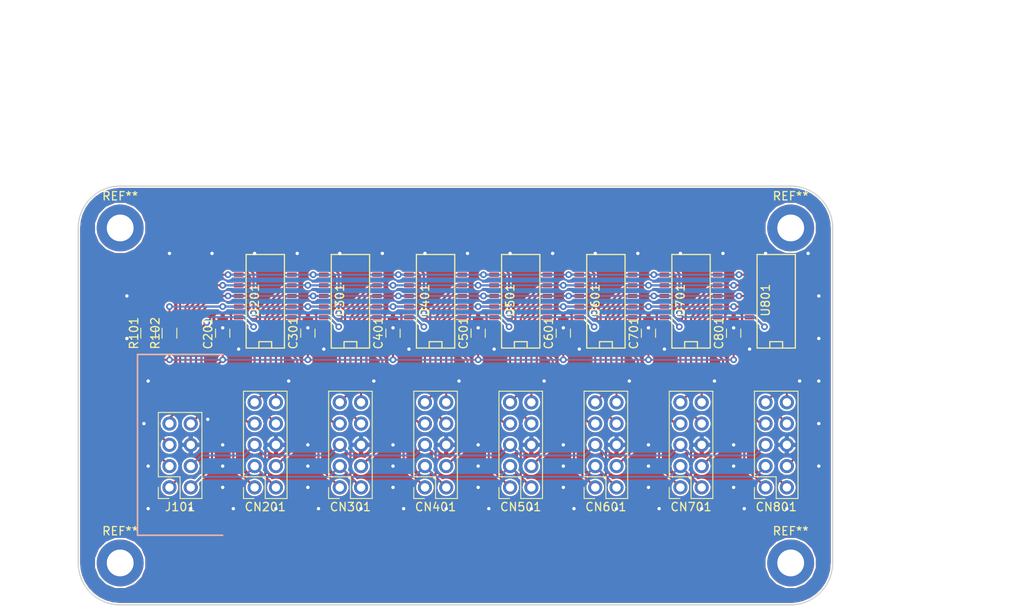
<source format=kicad_pcb>
(kicad_pcb (version 20171130) (host pcbnew "(5.0.1)-3")
  (layers (0 F.Cu signal) (31 B.Cu signal) (34 B.Paste user) (35 F.Paste user) (36 B.SilkS user) (37 F.SilkS user) (38 B.Mask user) (39 F.Mask user) (44 Edge.Cuts user))
  (net 0 "")
  (net 1 +5V)
  (net 2 GND)
  (net 3 /ShiftRegister2/A0)
  (net 4 /ShiftRegister2/A2)
  (net 5 /ShiftRegister2/A1)
  (net 6 +12V)
  (net 7 /ShiftRegister2/EN)
  (net 8 /ShiftRegister2/DATA)
  (net 9 /ShiftRegister2/B1)
  (net 10 /ShiftRegister2/B0)
  (net 11 /ShiftRegister3/B0)
  (net 12 /ShiftRegister3/B1)
  (net 13 /ShiftRegister3/DATA)
  (net 14 /ShiftRegister3/EN)
  (net 15 /ShiftRegister3/A1)
  (net 16 /ShiftRegister3/A2)
  (net 17 /ShiftRegister3/A0)
  (net 18 /ShiftRegister4/B0)
  (net 19 /ShiftRegister4/B1)
  (net 20 /ShiftRegister4/DATA)
  (net 21 /ShiftRegister4/EN)
  (net 22 /ShiftRegister4/A1)
  (net 23 /ShiftRegister4/A2)
  (net 24 /ShiftRegister4/A0)
  (net 25 /ShiftRegister5/A0)
  (net 26 /ShiftRegister5/A2)
  (net 27 /ShiftRegister5/A1)
  (net 28 /ShiftRegister5/EN)
  (net 29 /ShiftRegister5/DATA)
  (net 30 /ShiftRegister5/B1)
  (net 31 /ShiftRegister5/B0)
  (net 32 /ShiftRegister6/B0)
  (net 33 /ShiftRegister6/B1)
  (net 34 /ShiftRegister6/DATA)
  (net 35 /ShiftRegister6/EN)
  (net 36 /ShiftRegister6/A1)
  (net 37 /ShiftRegister6/A2)
  (net 38 /ShiftRegister6/A0)
  (net 39 /ShiftRegister7/B0)
  (net 40 /ShiftRegister7/B1)
  (net 41 /ShiftRegister7/DATA)
  (net 42 /ShiftRegister7/EN)
  (net 43 /ShiftRegister7/A1)
  (net 44 /ShiftRegister7/A2)
  (net 45 /ShiftRegister7/A0)
  (net 46 RCLK)
  (net 47 ~SRCLR)
  (net 48 SRCLK)
  (net 49 ~OE)
  (net 50 /ShiftRegister3/DIN)
  (net 51 /ShiftRegister2/DIN)
  (net 52 /ShiftRegister4/DIN)
  (net 53 /ShiftRegister5/DIN)
  (net 54 /ShiftRegister6/DIN)
  (net 55 /ShiftRegister7/DIN)
  (net 56 /ShiftRegister8/B0)
  (net 57 /ShiftRegister8/B1)
  (net 58 /ShiftRegister8/DATA)
  (net 59 /ShiftRegister8/EN)
  (net 60 /ShiftRegister8/A1)
  (net 61 /ShiftRegister8/A2)
  (net 62 /ShiftRegister8/A0)
  (net 63 /ShiftRegister8/DIN)
  (module Mounting_Holes:MountingHole_3.2mm_M3_DIN965_Pad (layer F.Cu) (at 257 63)
    (fp_text reference REF** (at 0 -3.8) (layer F.SilkS))
    (fp_text value MountingHole_3.2mm_M3_DIN965_Pad)
    (pad 1 thru_hole circle (at 0 0) (size 5.6 5.6) (drill 3.2) (layers *.Cu *.Mask))
  )
  (module Mounting_Holes:MountingHole_3.2mm_M3_DIN965_Pad (layer F.Cu) (at 177 63)
    (fp_text reference REF** (at 0 -3.8) (layer F.SilkS))
    (fp_text value MountingHole_3.2mm_M3_DIN965_Pad)
    (pad 1 thru_hole circle (at 0 0) (size 5.6 5.6) (drill 3.2) (layers *.Cu *.Mask))
  )
  (module Mounting_Holes:MountingHole_3.2mm_M3_DIN965_Pad (layer F.Cu) (at 177 103)
    (fp_text reference REF** (at 0 -3.8) (layer F.SilkS))
    (fp_text value MountingHole_3.2mm_M3_DIN965_Pad)
    (pad 1 thru_hole circle (at 0 0) (size 5.6 5.6) (drill 3.2) (layers *.Cu *.Mask))
  )
  (module Mounting_Holes:MountingHole_3.2mm_M3_DIN965_Pad (layer F.Cu) (at 257 103)
    (fp_text reference REF** (at 0 -3.8) (layer F.SilkS))
    (fp_text value MountingHole_3.2mm_M3_DIN965_Pad)
    (pad 1 thru_hole circle (at 0 0) (size 5.6 5.6) (drill 3.2) (layers *.Cu *.Mask))
  )
  (module Capacitors_SMD:C_0805_HandSoldering (layer F.Cu) (at 189.23 75.565 90)
    (fp_text reference C201 (at 0 -1.75 90) (layer F.SilkS))
    (fp_text value 0u1)
    (pad 1 smd rect (at -1.25 0 90) (size 1.5 1.25) (layers F.Cu F.Paste F.Mask) (net 1 +5V))
    (pad 2 smd rect (at 1.25 0 90) (size 1.5 1.25) (layers F.Cu F.Paste F.Mask) (net 2 GND))
  )
  (module Capacitors_SMD:C_0805_HandSoldering (layer F.Cu) (at 199.39 75.565 90)
    (fp_text reference C301 (at 0 -1.75 90) (layer F.SilkS))
    (fp_text value 0u1)
    (pad 1 smd rect (at -1.25 0 90) (size 1.5 1.25) (layers F.Cu F.Paste F.Mask) (net 1 +5V))
    (pad 2 smd rect (at 1.25 0 90) (size 1.5 1.25) (layers F.Cu F.Paste F.Mask) (net 2 GND))
  )
  (module Capacitors_SMD:C_0805_HandSoldering (layer F.Cu) (at 209.55 75.565 90)
    (fp_text reference C401 (at 0 -1.75 90) (layer F.SilkS))
    (fp_text value 0u1)
    (pad 2 smd rect (at 1.25 0 90) (size 1.5 1.25) (layers F.Cu F.Paste F.Mask) (net 2 GND))
    (pad 1 smd rect (at -1.25 0 90) (size 1.5 1.25) (layers F.Cu F.Paste F.Mask) (net 1 +5V))
  )
  (module Capacitors_SMD:C_0805_HandSoldering (layer F.Cu) (at 219.71 75.565 90)
    (fp_text reference C501 (at 0 -1.75 90) (layer F.SilkS))
    (fp_text value 0u1)
    (pad 2 smd rect (at 1.25 0 90) (size 1.5 1.25) (layers F.Cu F.Paste F.Mask) (net 2 GND))
    (pad 1 smd rect (at -1.25 0 90) (size 1.5 1.25) (layers F.Cu F.Paste F.Mask) (net 1 +5V))
  )
  (module Capacitors_SMD:C_0805_HandSoldering (layer F.Cu) (at 229.87 75.565 90)
    (fp_text reference C601 (at 0 -1.75 90) (layer F.SilkS))
    (fp_text value 0u1)
    (pad 1 smd rect (at -1.25 0 90) (size 1.5 1.25) (layers F.Cu F.Paste F.Mask) (net 1 +5V))
    (pad 2 smd rect (at 1.25 0 90) (size 1.5 1.25) (layers F.Cu F.Paste F.Mask) (net 2 GND))
  )
  (module Capacitors_SMD:C_0805_HandSoldering (layer F.Cu) (at 240.03 75.565 90)
    (fp_text reference C701 (at 0 -1.75 90) (layer F.SilkS))
    (fp_text value 0u1)
    (pad 2 smd rect (at 1.25 0 90) (size 1.5 1.25) (layers F.Cu F.Paste F.Mask) (net 2 GND))
    (pad 1 smd rect (at -1.25 0 90) (size 1.5 1.25) (layers F.Cu F.Paste F.Mask) (net 1 +5V))
  )
  (module Capacitors_SMD:C_0805_HandSoldering (layer F.Cu) (at 250.19 75.565 90)
    (fp_text reference C801 (at 0 -1.75 90) (layer F.SilkS))
    (fp_text value 0u1)
    (pad 2 smd rect (at 1.25 0 90) (size 1.5 1.25) (layers F.Cu F.Paste F.Mask) (net 2 GND))
    (pad 1 smd rect (at -1.25 0 90) (size 1.5 1.25) (layers F.Cu F.Paste F.Mask) (net 1 +5V))
  )
  (module Socket_Strips:Socket_Strip_Straight_2x05_Pitch2.54mm (layer F.Cu) (at 193.04 93.98 180)
    (fp_text reference CN201 (at -1.27 -2.33 180) (layer F.SilkS))
    (fp_text value Conn_02x05_Odd_Even)
    (pad 1 thru_hole circle (at 0 0 180) (size 1.7 1.7) (drill 1) (layers *.Cu *.Mask) (net 3 /ShiftRegister2/A0))
    (pad 2 thru_hole oval (at -2.54 0 180) (size 1.7 1.7) (drill 1) (layers *.Cu *.Mask) (net 4 /ShiftRegister2/A2))
    (pad 3 thru_hole oval (at 0 2.54 180) (size 1.7 1.7) (drill 1) (layers *.Cu *.Mask) (net 1 +5V))
    (pad 4 thru_hole oval (at -2.54 2.54 180) (size 1.7 1.7) (drill 1) (layers *.Cu *.Mask) (net 5 /ShiftRegister2/A1))
    (pad 5 thru_hole oval (at 0 5.08 180) (size 1.7 1.7) (drill 1) (layers *.Cu *.Mask) (net 6 +12V))
    (pad 6 thru_hole oval (at -2.54 5.08 180) (size 1.7 1.7) (drill 1) (layers *.Cu *.Mask) (net 2 GND))
    (pad 7 thru_hole oval (at 0 7.62 180) (size 1.7 1.7) (drill 1) (layers *.Cu *.Mask) (net 7 /ShiftRegister2/EN))
    (pad 8 thru_hole oval (at -2.54 7.62 180) (size 1.7 1.7) (drill 1) (layers *.Cu *.Mask) (net 8 /ShiftRegister2/DATA))
    (pad 9 thru_hole oval (at 0 10.16 180) (size 1.7 1.7) (drill 1) (layers *.Cu *.Mask) (net 9 /ShiftRegister2/B1))
    (pad 10 thru_hole oval (at -2.54 10.16 180) (size 1.7 1.7) (drill 1) (layers *.Cu *.Mask) (net 10 /ShiftRegister2/B0))
  )
  (module Socket_Strips:Socket_Strip_Straight_2x05_Pitch2.54mm (layer F.Cu) (at 203.2 93.98 180)
    (fp_text reference CN301 (at -1.27 -2.33 180) (layer F.SilkS))
    (fp_text value Conn_02x05_Odd_Even)
    (pad 10 thru_hole oval (at -2.54 10.16 180) (size 1.7 1.7) (drill 1) (layers *.Cu *.Mask) (net 11 /ShiftRegister3/B0))
    (pad 9 thru_hole oval (at 0 10.16 180) (size 1.7 1.7) (drill 1) (layers *.Cu *.Mask) (net 12 /ShiftRegister3/B1))
    (pad 8 thru_hole oval (at -2.54 7.62 180) (size 1.7 1.7) (drill 1) (layers *.Cu *.Mask) (net 13 /ShiftRegister3/DATA))
    (pad 7 thru_hole oval (at 0 7.62 180) (size 1.7 1.7) (drill 1) (layers *.Cu *.Mask) (net 14 /ShiftRegister3/EN))
    (pad 6 thru_hole oval (at -2.54 5.08 180) (size 1.7 1.7) (drill 1) (layers *.Cu *.Mask) (net 2 GND))
    (pad 5 thru_hole oval (at 0 5.08 180) (size 1.7 1.7) (drill 1) (layers *.Cu *.Mask) (net 6 +12V))
    (pad 4 thru_hole oval (at -2.54 2.54 180) (size 1.7 1.7) (drill 1) (layers *.Cu *.Mask) (net 15 /ShiftRegister3/A1))
    (pad 3 thru_hole oval (at 0 2.54 180) (size 1.7 1.7) (drill 1) (layers *.Cu *.Mask) (net 1 +5V))
    (pad 2 thru_hole oval (at -2.54 0 180) (size 1.7 1.7) (drill 1) (layers *.Cu *.Mask) (net 16 /ShiftRegister3/A2))
    (pad 1 thru_hole circle (at 0 0 180) (size 1.7 1.7) (drill 1) (layers *.Cu *.Mask) (net 17 /ShiftRegister3/A0))
  )
  (module Socket_Strips:Socket_Strip_Straight_2x05_Pitch2.54mm (layer F.Cu) (at 213.36 93.98 180)
    (fp_text reference CN401 (at -1.27 -2.33 180) (layer F.SilkS))
    (fp_text value Conn_02x05_Odd_Even)
    (pad 10 thru_hole oval (at -2.54 10.16 180) (size 1.7 1.7) (drill 1) (layers *.Cu *.Mask) (net 18 /ShiftRegister4/B0))
    (pad 9 thru_hole oval (at 0 10.16 180) (size 1.7 1.7) (drill 1) (layers *.Cu *.Mask) (net 19 /ShiftRegister4/B1))
    (pad 8 thru_hole oval (at -2.54 7.62 180) (size 1.7 1.7) (drill 1) (layers *.Cu *.Mask) (net 20 /ShiftRegister4/DATA))
    (pad 7 thru_hole oval (at 0 7.62 180) (size 1.7 1.7) (drill 1) (layers *.Cu *.Mask) (net 21 /ShiftRegister4/EN))
    (pad 6 thru_hole oval (at -2.54 5.08 180) (size 1.7 1.7) (drill 1) (layers *.Cu *.Mask) (net 2 GND))
    (pad 5 thru_hole oval (at 0 5.08 180) (size 1.7 1.7) (drill 1) (layers *.Cu *.Mask) (net 6 +12V))
    (pad 4 thru_hole oval (at -2.54 2.54 180) (size 1.7 1.7) (drill 1) (layers *.Cu *.Mask) (net 22 /ShiftRegister4/A1))
    (pad 3 thru_hole oval (at 0 2.54 180) (size 1.7 1.7) (drill 1) (layers *.Cu *.Mask) (net 1 +5V))
    (pad 2 thru_hole oval (at -2.54 0 180) (size 1.7 1.7) (drill 1) (layers *.Cu *.Mask) (net 23 /ShiftRegister4/A2))
    (pad 1 thru_hole circle (at 0 0 180) (size 1.7 1.7) (drill 1) (layers *.Cu *.Mask) (net 24 /ShiftRegister4/A0))
  )
  (module Socket_Strips:Socket_Strip_Straight_2x05_Pitch2.54mm (layer F.Cu) (at 223.52 93.98 180)
    (fp_text reference CN501 (at -1.27 -2.33 180) (layer F.SilkS))
    (fp_text value Conn_02x05_Odd_Even)
    (pad 1 thru_hole circle (at 0 0 180) (size 1.7 1.7) (drill 1) (layers *.Cu *.Mask) (net 25 /ShiftRegister5/A0))
    (pad 2 thru_hole oval (at -2.54 0 180) (size 1.7 1.7) (drill 1) (layers *.Cu *.Mask) (net 26 /ShiftRegister5/A2))
    (pad 3 thru_hole oval (at 0 2.54 180) (size 1.7 1.7) (drill 1) (layers *.Cu *.Mask) (net 1 +5V))
    (pad 4 thru_hole oval (at -2.54 2.54 180) (size 1.7 1.7) (drill 1) (layers *.Cu *.Mask) (net 27 /ShiftRegister5/A1))
    (pad 5 thru_hole oval (at 0 5.08 180) (size 1.7 1.7) (drill 1) (layers *.Cu *.Mask) (net 6 +12V))
    (pad 6 thru_hole oval (at -2.54 5.08 180) (size 1.7 1.7) (drill 1) (layers *.Cu *.Mask) (net 2 GND))
    (pad 7 thru_hole oval (at 0 7.62 180) (size 1.7 1.7) (drill 1) (layers *.Cu *.Mask) (net 28 /ShiftRegister5/EN))
    (pad 8 thru_hole oval (at -2.54 7.62 180) (size 1.7 1.7) (drill 1) (layers *.Cu *.Mask) (net 29 /ShiftRegister5/DATA))
    (pad 9 thru_hole oval (at 0 10.16 180) (size 1.7 1.7) (drill 1) (layers *.Cu *.Mask) (net 30 /ShiftRegister5/B1))
    (pad 10 thru_hole oval (at -2.54 10.16 180) (size 1.7 1.7) (drill 1) (layers *.Cu *.Mask) (net 31 /ShiftRegister5/B0))
  )
  (module Socket_Strips:Socket_Strip_Straight_2x05_Pitch2.54mm (layer F.Cu) (at 233.68 93.98 180)
    (fp_text reference CN601 (at -1.27 -2.33 180) (layer F.SilkS))
    (fp_text value Conn_02x05_Odd_Even)
    (pad 10 thru_hole oval (at -2.54 10.16 180) (size 1.7 1.7) (drill 1) (layers *.Cu *.Mask) (net 32 /ShiftRegister6/B0))
    (pad 9 thru_hole oval (at 0 10.16 180) (size 1.7 1.7) (drill 1) (layers *.Cu *.Mask) (net 33 /ShiftRegister6/B1))
    (pad 8 thru_hole oval (at -2.54 7.62 180) (size 1.7 1.7) (drill 1) (layers *.Cu *.Mask) (net 34 /ShiftRegister6/DATA))
    (pad 7 thru_hole oval (at 0 7.62 180) (size 1.7 1.7) (drill 1) (layers *.Cu *.Mask) (net 35 /ShiftRegister6/EN))
    (pad 6 thru_hole oval (at -2.54 5.08 180) (size 1.7 1.7) (drill 1) (layers *.Cu *.Mask) (net 2 GND))
    (pad 5 thru_hole oval (at 0 5.08 180) (size 1.7 1.7) (drill 1) (layers *.Cu *.Mask) (net 6 +12V))
    (pad 4 thru_hole oval (at -2.54 2.54 180) (size 1.7 1.7) (drill 1) (layers *.Cu *.Mask) (net 36 /ShiftRegister6/A1))
    (pad 3 thru_hole oval (at 0 2.54 180) (size 1.7 1.7) (drill 1) (layers *.Cu *.Mask) (net 1 +5V))
    (pad 2 thru_hole oval (at -2.54 0 180) (size 1.7 1.7) (drill 1) (layers *.Cu *.Mask) (net 37 /ShiftRegister6/A2))
    (pad 1 thru_hole circle (at 0 0 180) (size 1.7 1.7) (drill 1) (layers *.Cu *.Mask) (net 38 /ShiftRegister6/A0))
  )
  (module Socket_Strips:Socket_Strip_Straight_2x05_Pitch2.54mm (layer F.Cu) (at 243.84 93.98 180)
    (fp_text reference CN701 (at -1.27 -2.33 180) (layer F.SilkS))
    (fp_text value Conn_02x05_Odd_Even)
    (pad 1 thru_hole circle (at 0 0 180) (size 1.7 1.7) (drill 1) (layers *.Cu *.Mask) (net 45 /ShiftRegister7/A0))
    (pad 2 thru_hole oval (at -2.54 0 180) (size 1.7 1.7) (drill 1) (layers *.Cu *.Mask) (net 44 /ShiftRegister7/A2))
    (pad 3 thru_hole oval (at 0 2.54 180) (size 1.7 1.7) (drill 1) (layers *.Cu *.Mask) (net 1 +5V))
    (pad 4 thru_hole oval (at -2.54 2.54 180) (size 1.7 1.7) (drill 1) (layers *.Cu *.Mask) (net 43 /ShiftRegister7/A1))
    (pad 5 thru_hole oval (at 0 5.08 180) (size 1.7 1.7) (drill 1) (layers *.Cu *.Mask) (net 6 +12V))
    (pad 6 thru_hole oval (at -2.54 5.08 180) (size 1.7 1.7) (drill 1) (layers *.Cu *.Mask) (net 2 GND))
    (pad 7 thru_hole oval (at 0 7.62 180) (size 1.7 1.7) (drill 1) (layers *.Cu *.Mask) (net 42 /ShiftRegister7/EN))
    (pad 8 thru_hole oval (at -2.54 7.62 180) (size 1.7 1.7) (drill 1) (layers *.Cu *.Mask) (net 41 /ShiftRegister7/DATA))
    (pad 9 thru_hole oval (at 0 10.16 180) (size 1.7 1.7) (drill 1) (layers *.Cu *.Mask) (net 40 /ShiftRegister7/B1))
    (pad 10 thru_hole oval (at -2.54 10.16 180) (size 1.7 1.7) (drill 1) (layers *.Cu *.Mask) (net 39 /ShiftRegister7/B0))
  )
  (module Socket_Strips:Socket_Strip_Straight_2x05_Pitch2.54mm (layer F.Cu) (at 254 93.98 180)
    (fp_text reference CN801 (at -1.27 -2.33 180) (layer F.SilkS))
    (fp_text value Conn_02x05_Odd_Even)
    (pad 10 thru_hole oval (at -2.54 10.16 180) (size 1.7 1.7) (drill 1) (layers *.Cu *.Mask) (net 56 /ShiftRegister8/B0))
    (pad 9 thru_hole oval (at 0 10.16 180) (size 1.7 1.7) (drill 1) (layers *.Cu *.Mask) (net 57 /ShiftRegister8/B1))
    (pad 8 thru_hole oval (at -2.54 7.62 180) (size 1.7 1.7) (drill 1) (layers *.Cu *.Mask) (net 58 /ShiftRegister8/DATA))
    (pad 7 thru_hole oval (at 0 7.62 180) (size 1.7 1.7) (drill 1) (layers *.Cu *.Mask) (net 59 /ShiftRegister8/EN))
    (pad 6 thru_hole oval (at -2.54 5.08 180) (size 1.7 1.7) (drill 1) (layers *.Cu *.Mask) (net 2 GND))
    (pad 5 thru_hole oval (at 0 5.08 180) (size 1.7 1.7) (drill 1) (layers *.Cu *.Mask) (net 6 +12V))
    (pad 4 thru_hole oval (at -2.54 2.54 180) (size 1.7 1.7) (drill 1) (layers *.Cu *.Mask) (net 60 /ShiftRegister8/A1))
    (pad 3 thru_hole oval (at 0 2.54 180) (size 1.7 1.7) (drill 1) (layers *.Cu *.Mask) (net 1 +5V))
    (pad 2 thru_hole oval (at -2.54 0 180) (size 1.7 1.7) (drill 1) (layers *.Cu *.Mask) (net 61 /ShiftRegister8/A2))
    (pad 1 thru_hole circle (at 0 0 180) (size 1.7 1.7) (drill 1) (layers *.Cu *.Mask) (net 62 /ShiftRegister8/A0))
  )
  (module Socket_Strips:Socket_Strip_Straight_2x04_Pitch2.54mm (layer F.Cu) (at 182.88 93.98 180)
    (fp_text reference J101 (at -1.27 -2.33 180) (layer F.SilkS))
    (fp_text value Conn_02x04_Odd_Even)
    (pad 8 thru_hole oval (at -2.54 7.62 180) (size 1.7 1.7) (drill 1) (layers *.Cu *.Mask) (net 51 /ShiftRegister2/DIN))
    (pad 7 thru_hole oval (at 0 7.62 180) (size 1.7 1.7) (drill 1) (layers *.Cu *.Mask) (net 46 RCLK))
    (pad 6 thru_hole oval (at -2.54 5.08 180) (size 1.7 1.7) (drill 1) (layers *.Cu *.Mask) (net 2 GND))
    (pad 5 thru_hole oval (at 0 5.08 180) (size 1.7 1.7) (drill 1) (layers *.Cu *.Mask) (net 48 SRCLK))
    (pad 4 thru_hole oval (at -2.54 2.54 180) (size 1.7 1.7) (drill 1) (layers *.Cu *.Mask) (net 6 +12V))
    (pad 3 thru_hole oval (at 0 2.54 180) (size 1.7 1.7) (drill 1) (layers *.Cu *.Mask) (net 47 ~SRCLR))
    (pad 2 thru_hole oval (at -2.54 0 180) (size 1.7 1.7) (drill 1) (layers *.Cu *.Mask) (net 1 +5V))
    (pad 1 thru_hole circle (at 0 0 180) (size 1.7 1.7) (drill 1) (layers *.Cu *.Mask) (net 49 ~OE))
  )
  (module Resistors_SMD:R_0805_HandSoldering (layer F.Cu) (at 180.34 75.565 90)
    (fp_text reference R101 (at 0 -1.7 90) (layer F.SilkS))
    (fp_text value 10K)
    (pad 1 smd rect (at -1.35 0 90) (size 1.5 1.3) (layers F.Cu F.Paste F.Mask) (net 1 +5V))
    (pad 2 smd rect (at 1.35 0 90) (size 1.5 1.3) (layers F.Cu F.Paste F.Mask) (net 47 ~SRCLR))
  )
  (module Resistors_SMD:R_0805_HandSoldering (layer F.Cu) (at 182.88 75.565 90)
    (fp_text reference R102 (at 0 -1.7 90) (layer F.SilkS))
    (fp_text value 10K)
    (pad 2 smd rect (at 1.35 0 90) (size 1.5 1.3) (layers F.Cu F.Paste F.Mask) (net 49 ~OE))
    (pad 1 smd rect (at -1.35 0 90) (size 1.5 1.3) (layers F.Cu F.Paste F.Mask) (net 1 +5V))
  )
  (module SMD_Packages:SO-16-N (layer F.Cu) (at 194.31 71.755 90)
    (fp_text reference U201 (at 0.127 -1.27 90) (layer F.SilkS))
    (fp_text value 74HCT595)
    (pad 15 smd rect (at -3.175 -3.175 90) (size 0.508 1.143) (layers F.Cu F.Paste F.Mask) (net 3 /ShiftRegister2/A0))
    (pad 1 smd rect (at -4.445 3.175 90) (size 0.508 1.143) (layers F.Cu F.Paste F.Mask) (net 5 /ShiftRegister2/A1))
    (pad 2 smd rect (at -3.175 3.175 90) (size 0.508 1.143) (layers F.Cu F.Paste F.Mask) (net 4 /ShiftRegister2/A2))
    (pad 3 smd rect (at -1.905 3.175 90) (size 0.508 1.143) (layers F.Cu F.Paste F.Mask) (net 10 /ShiftRegister2/B0))
    (pad 4 smd rect (at -0.635 3.175 90) (size 0.508 1.143) (layers F.Cu F.Paste F.Mask) (net 9 /ShiftRegister2/B1))
    (pad 5 smd rect (at 0.635 3.175 90) (size 0.508 1.143) (layers F.Cu F.Paste F.Mask) (net 8 /ShiftRegister2/DATA))
    (pad 6 smd rect (at 1.905 3.175 90) (size 0.508 1.143) (layers F.Cu F.Paste F.Mask) (net 7 /ShiftRegister2/EN))
    (pad 7 smd rect (at 3.175 3.175 90) (size 0.508 1.143) (layers F.Cu F.Paste F.Mask))
    (pad 8 smd rect (at 4.445 3.175 90) (size 0.508 1.143) (layers F.Cu F.Paste F.Mask) (net 2 GND))
    (pad 9 smd rect (at 4.445 -3.175 90) (size 0.508 1.143) (layers F.Cu F.Paste F.Mask) (net 50 /ShiftRegister3/DIN))
    (pad 10 smd rect (at 3.175 -3.175 90) (size 0.508 1.143) (layers F.Cu F.Paste F.Mask) (net 47 ~SRCLR))
    (pad 11 smd rect (at 1.905 -3.175 90) (size 0.508 1.143) (layers F.Cu F.Paste F.Mask) (net 48 SRCLK))
    (pad 12 smd rect (at 0.635 -3.175 90) (size 0.508 1.143) (layers F.Cu F.Paste F.Mask) (net 46 RCLK))
    (pad 13 smd rect (at -0.635 -3.175 90) (size 0.508 1.143) (layers F.Cu F.Paste F.Mask) (net 49 ~OE))
    (pad 14 smd rect (at -1.905 -3.175 90) (size 0.508 1.143) (layers F.Cu F.Paste F.Mask) (net 51 /ShiftRegister2/DIN))
    (pad 16 smd rect (at -4.445 -3.175 90) (size 0.508 1.143) (layers F.Cu F.Paste F.Mask) (net 1 +5V))
  )
  (module SMD_Packages:SO-16-N (layer F.Cu) (at 204.47 71.755 90)
    (fp_text reference U301 (at 0.127 -1.27 90) (layer F.SilkS))
    (fp_text value 74HCT595)
    (pad 15 smd rect (at -3.175 -3.175 90) (size 0.508 1.143) (layers F.Cu F.Paste F.Mask) (net 17 /ShiftRegister3/A0))
    (pad 1 smd rect (at -4.445 3.175 90) (size 0.508 1.143) (layers F.Cu F.Paste F.Mask) (net 15 /ShiftRegister3/A1))
    (pad 2 smd rect (at -3.175 3.175 90) (size 0.508 1.143) (layers F.Cu F.Paste F.Mask) (net 16 /ShiftRegister3/A2))
    (pad 3 smd rect (at -1.905 3.175 90) (size 0.508 1.143) (layers F.Cu F.Paste F.Mask) (net 11 /ShiftRegister3/B0))
    (pad 4 smd rect (at -0.635 3.175 90) (size 0.508 1.143) (layers F.Cu F.Paste F.Mask) (net 12 /ShiftRegister3/B1))
    (pad 5 smd rect (at 0.635 3.175 90) (size 0.508 1.143) (layers F.Cu F.Paste F.Mask) (net 13 /ShiftRegister3/DATA))
    (pad 6 smd rect (at 1.905 3.175 90) (size 0.508 1.143) (layers F.Cu F.Paste F.Mask) (net 14 /ShiftRegister3/EN))
    (pad 7 smd rect (at 3.175 3.175 90) (size 0.508 1.143) (layers F.Cu F.Paste F.Mask))
    (pad 8 smd rect (at 4.445 3.175 90) (size 0.508 1.143) (layers F.Cu F.Paste F.Mask) (net 2 GND))
    (pad 9 smd rect (at 4.445 -3.175 90) (size 0.508 1.143) (layers F.Cu F.Paste F.Mask) (net 52 /ShiftRegister4/DIN))
    (pad 10 smd rect (at 3.175 -3.175 90) (size 0.508 1.143) (layers F.Cu F.Paste F.Mask) (net 47 ~SRCLR))
    (pad 11 smd rect (at 1.905 -3.175 90) (size 0.508 1.143) (layers F.Cu F.Paste F.Mask) (net 48 SRCLK))
    (pad 12 smd rect (at 0.635 -3.175 90) (size 0.508 1.143) (layers F.Cu F.Paste F.Mask) (net 46 RCLK))
    (pad 13 smd rect (at -0.635 -3.175 90) (size 0.508 1.143) (layers F.Cu F.Paste F.Mask) (net 49 ~OE))
    (pad 14 smd rect (at -1.905 -3.175 90) (size 0.508 1.143) (layers F.Cu F.Paste F.Mask) (net 50 /ShiftRegister3/DIN))
    (pad 16 smd rect (at -4.445 -3.175 90) (size 0.508 1.143) (layers F.Cu F.Paste F.Mask) (net 1 +5V))
  )
  (module SMD_Packages:SO-16-N (layer F.Cu) (at 214.63 71.755 90)
    (fp_text reference U401 (at 0.127 -1.27 270) (layer F.SilkS))
    (fp_text value 74HCT595)
    (pad 16 smd rect (at -4.445 -3.175 90) (size 0.508 1.143) (layers F.Cu F.Paste F.Mask) (net 1 +5V))
    (pad 14 smd rect (at -1.905 -3.175 90) (size 0.508 1.143) (layers F.Cu F.Paste F.Mask) (net 52 /ShiftRegister4/DIN))
    (pad 13 smd rect (at -0.635 -3.175 90) (size 0.508 1.143) (layers F.Cu F.Paste F.Mask) (net 49 ~OE))
    (pad 12 smd rect (at 0.635 -3.175 90) (size 0.508 1.143) (layers F.Cu F.Paste F.Mask) (net 46 RCLK))
    (pad 11 smd rect (at 1.905 -3.175 90) (size 0.508 1.143) (layers F.Cu F.Paste F.Mask) (net 48 SRCLK))
    (pad 10 smd rect (at 3.175 -3.175 90) (size 0.508 1.143) (layers F.Cu F.Paste F.Mask) (net 47 ~SRCLR))
    (pad 9 smd rect (at 4.445 -3.175 90) (size 0.508 1.143) (layers F.Cu F.Paste F.Mask) (net 53 /ShiftRegister5/DIN))
    (pad 8 smd rect (at 4.445 3.175 90) (size 0.508 1.143) (layers F.Cu F.Paste F.Mask) (net 2 GND))
    (pad 7 smd rect (at 3.175 3.175 90) (size 0.508 1.143) (layers F.Cu F.Paste F.Mask))
    (pad 6 smd rect (at 1.905 3.175 90) (size 0.508 1.143) (layers F.Cu F.Paste F.Mask) (net 21 /ShiftRegister4/EN))
    (pad 5 smd rect (at 0.635 3.175 90) (size 0.508 1.143) (layers F.Cu F.Paste F.Mask) (net 20 /ShiftRegister4/DATA))
    (pad 4 smd rect (at -0.635 3.175 90) (size 0.508 1.143) (layers F.Cu F.Paste F.Mask) (net 19 /ShiftRegister4/B1))
    (pad 3 smd rect (at -1.905 3.175 90) (size 0.508 1.143) (layers F.Cu F.Paste F.Mask) (net 18 /ShiftRegister4/B0))
    (pad 2 smd rect (at -3.175 3.175 90) (size 0.508 1.143) (layers F.Cu F.Paste F.Mask) (net 23 /ShiftRegister4/A2))
    (pad 1 smd rect (at -4.445 3.175 90) (size 0.508 1.143) (layers F.Cu F.Paste F.Mask) (net 22 /ShiftRegister4/A1))
    (pad 15 smd rect (at -3.175 -3.175 90) (size 0.508 1.143) (layers F.Cu F.Paste F.Mask) (net 24 /ShiftRegister4/A0))
  )
  (module SMD_Packages:SO-16-N (layer F.Cu) (at 224.79 71.755 90)
    (fp_text reference U501 (at 0.127 -1.27 90) (layer F.SilkS))
    (fp_text value 74HCT595)
    (pad 16 smd rect (at -4.445 -3.175 90) (size 0.508 1.143) (layers F.Cu F.Paste F.Mask) (net 1 +5V))
    (pad 14 smd rect (at -1.905 -3.175 90) (size 0.508 1.143) (layers F.Cu F.Paste F.Mask) (net 53 /ShiftRegister5/DIN))
    (pad 13 smd rect (at -0.635 -3.175 90) (size 0.508 1.143) (layers F.Cu F.Paste F.Mask) (net 49 ~OE))
    (pad 12 smd rect (at 0.635 -3.175 90) (size 0.508 1.143) (layers F.Cu F.Paste F.Mask) (net 46 RCLK))
    (pad 11 smd rect (at 1.905 -3.175 90) (size 0.508 1.143) (layers F.Cu F.Paste F.Mask) (net 48 SRCLK))
    (pad 10 smd rect (at 3.175 -3.175 90) (size 0.508 1.143) (layers F.Cu F.Paste F.Mask) (net 47 ~SRCLR))
    (pad 9 smd rect (at 4.445 -3.175 90) (size 0.508 1.143) (layers F.Cu F.Paste F.Mask) (net 54 /ShiftRegister6/DIN))
    (pad 8 smd rect (at 4.445 3.175 90) (size 0.508 1.143) (layers F.Cu F.Paste F.Mask) (net 2 GND))
    (pad 7 smd rect (at 3.175 3.175 90) (size 0.508 1.143) (layers F.Cu F.Paste F.Mask))
    (pad 6 smd rect (at 1.905 3.175 90) (size 0.508 1.143) (layers F.Cu F.Paste F.Mask) (net 28 /ShiftRegister5/EN))
    (pad 5 smd rect (at 0.635 3.175 90) (size 0.508 1.143) (layers F.Cu F.Paste F.Mask) (net 29 /ShiftRegister5/DATA))
    (pad 4 smd rect (at -0.635 3.175 90) (size 0.508 1.143) (layers F.Cu F.Paste F.Mask) (net 30 /ShiftRegister5/B1))
    (pad 3 smd rect (at -1.905 3.175 90) (size 0.508 1.143) (layers F.Cu F.Paste F.Mask) (net 31 /ShiftRegister5/B0))
    (pad 2 smd rect (at -3.175 3.175 90) (size 0.508 1.143) (layers F.Cu F.Paste F.Mask) (net 26 /ShiftRegister5/A2))
    (pad 1 smd rect (at -4.445 3.175 90) (size 0.508 1.143) (layers F.Cu F.Paste F.Mask) (net 27 /ShiftRegister5/A1))
    (pad 15 smd rect (at -3.175 -3.175 90) (size 0.508 1.143) (layers F.Cu F.Paste F.Mask) (net 25 /ShiftRegister5/A0))
  )
  (module SMD_Packages:SO-16-N (layer F.Cu) (at 234.95 71.755 90)
    (fp_text reference U601 (at 0.127 -1.27 90) (layer F.SilkS))
    (fp_text value 74HCT595)
    (pad 15 smd rect (at -3.175 -3.175 90) (size 0.508 1.143) (layers F.Cu F.Paste F.Mask) (net 38 /ShiftRegister6/A0))
    (pad 1 smd rect (at -4.445 3.175 90) (size 0.508 1.143) (layers F.Cu F.Paste F.Mask) (net 36 /ShiftRegister6/A1))
    (pad 2 smd rect (at -3.175 3.175 90) (size 0.508 1.143) (layers F.Cu F.Paste F.Mask) (net 37 /ShiftRegister6/A2))
    (pad 3 smd rect (at -1.905 3.175 90) (size 0.508 1.143) (layers F.Cu F.Paste F.Mask) (net 32 /ShiftRegister6/B0))
    (pad 4 smd rect (at -0.635 3.175 90) (size 0.508 1.143) (layers F.Cu F.Paste F.Mask) (net 33 /ShiftRegister6/B1))
    (pad 5 smd rect (at 0.635 3.175 90) (size 0.508 1.143) (layers F.Cu F.Paste F.Mask) (net 34 /ShiftRegister6/DATA))
    (pad 6 smd rect (at 1.905 3.175 90) (size 0.508 1.143) (layers F.Cu F.Paste F.Mask) (net 35 /ShiftRegister6/EN))
    (pad 7 smd rect (at 3.175 3.175 90) (size 0.508 1.143) (layers F.Cu F.Paste F.Mask))
    (pad 8 smd rect (at 4.445 3.175 90) (size 0.508 1.143) (layers F.Cu F.Paste F.Mask) (net 2 GND))
    (pad 9 smd rect (at 4.445 -3.175 90) (size 0.508 1.143) (layers F.Cu F.Paste F.Mask) (net 55 /ShiftRegister7/DIN))
    (pad 10 smd rect (at 3.175 -3.175 90) (size 0.508 1.143) (layers F.Cu F.Paste F.Mask) (net 47 ~SRCLR))
    (pad 11 smd rect (at 1.905 -3.175 90) (size 0.508 1.143) (layers F.Cu F.Paste F.Mask) (net 48 SRCLK))
    (pad 12 smd rect (at 0.635 -3.175 90) (size 0.508 1.143) (layers F.Cu F.Paste F.Mask) (net 46 RCLK))
    (pad 13 smd rect (at -0.635 -3.175 90) (size 0.508 1.143) (layers F.Cu F.Paste F.Mask) (net 49 ~OE))
    (pad 14 smd rect (at -1.905 -3.175 90) (size 0.508 1.143) (layers F.Cu F.Paste F.Mask) (net 54 /ShiftRegister6/DIN))
    (pad 16 smd rect (at -4.445 -3.175 90) (size 0.508 1.143) (layers F.Cu F.Paste F.Mask) (net 1 +5V))
  )
  (module SMD_Packages:SO-16-N (layer F.Cu) (at 245.11 71.755 90)
    (fp_text reference U701 (at 0.127 -1.27 90) (layer F.SilkS))
    (fp_text value 74HCT595)
    (pad 15 smd rect (at -3.175 -3.175 90) (size 0.508 1.143) (layers F.Cu F.Paste F.Mask) (net 45 /ShiftRegister7/A0))
    (pad 1 smd rect (at -4.445 3.175 90) (size 0.508 1.143) (layers F.Cu F.Paste F.Mask) (net 43 /ShiftRegister7/A1))
    (pad 2 smd rect (at -3.175 3.175 90) (size 0.508 1.143) (layers F.Cu F.Paste F.Mask) (net 44 /ShiftRegister7/A2))
    (pad 3 smd rect (at -1.905 3.175 90) (size 0.508 1.143) (layers F.Cu F.Paste F.Mask) (net 39 /ShiftRegister7/B0))
    (pad 4 smd rect (at -0.635 3.175 90) (size 0.508 1.143) (layers F.Cu F.Paste F.Mask) (net 40 /ShiftRegister7/B1))
    (pad 5 smd rect (at 0.635 3.175 90) (size 0.508 1.143) (layers F.Cu F.Paste F.Mask) (net 41 /ShiftRegister7/DATA))
    (pad 6 smd rect (at 1.905 3.175 90) (size 0.508 1.143) (layers F.Cu F.Paste F.Mask) (net 42 /ShiftRegister7/EN))
    (pad 7 smd rect (at 3.175 3.175 90) (size 0.508 1.143) (layers F.Cu F.Paste F.Mask))
    (pad 8 smd rect (at 4.445 3.175 90) (size 0.508 1.143) (layers F.Cu F.Paste F.Mask) (net 2 GND))
    (pad 9 smd rect (at 4.445 -3.175 90) (size 0.508 1.143) (layers F.Cu F.Paste F.Mask) (net 63 /ShiftRegister8/DIN))
    (pad 10 smd rect (at 3.175 -3.175 90) (size 0.508 1.143) (layers F.Cu F.Paste F.Mask) (net 47 ~SRCLR))
    (pad 11 smd rect (at 1.905 -3.175 90) (size 0.508 1.143) (layers F.Cu F.Paste F.Mask) (net 48 SRCLK))
    (pad 12 smd rect (at 0.635 -3.175 90) (size 0.508 1.143) (layers F.Cu F.Paste F.Mask) (net 46 RCLK))
    (pad 13 smd rect (at -0.635 -3.175 90) (size 0.508 1.143) (layers F.Cu F.Paste F.Mask) (net 49 ~OE))
    (pad 14 smd rect (at -1.905 -3.175 90) (size 0.508 1.143) (layers F.Cu F.Paste F.Mask) (net 55 /ShiftRegister7/DIN))
    (pad 16 smd rect (at -4.445 -3.175 90) (size 0.508 1.143) (layers F.Cu F.Paste F.Mask) (net 1 +5V))
  )
  (module SMD_Packages:SO-16-N (layer F.Cu) (at 255.27 71.755 90)
    (fp_text reference U801 (at 0.127 -1.27 270) (layer F.SilkS))
    (fp_text value 74HCT595)
    (pad 16 smd rect (at -4.445 -3.175 90) (size 0.508 1.143) (layers F.Cu F.Paste F.Mask) (net 1 +5V))
    (pad 14 smd rect (at -1.905 -3.175 90) (size 0.508 1.143) (layers F.Cu F.Paste F.Mask) (net 63 /ShiftRegister8/DIN))
    (pad 13 smd rect (at -0.635 -3.175 90) (size 0.508 1.143) (layers F.Cu F.Paste F.Mask) (net 49 ~OE))
    (pad 12 smd rect (at 0.635 -3.175 90) (size 0.508 1.143) (layers F.Cu F.Paste F.Mask) (net 46 RCLK))
    (pad 11 smd rect (at 1.905 -3.175 90) (size 0.508 1.143) (layers F.Cu F.Paste F.Mask) (net 48 SRCLK))
    (pad 10 smd rect (at 3.175 -3.175 90) (size 0.508 1.143) (layers F.Cu F.Paste F.Mask) (net 47 ~SRCLR))
    (pad 9 smd rect (at 4.445 -3.175 90) (size 0.508 1.143) (layers F.Cu F.Paste F.Mask))
    (pad 8 smd rect (at 4.445 3.175 90) (size 0.508 1.143) (layers F.Cu F.Paste F.Mask) (net 2 GND))
    (pad 7 smd rect (at 3.175 3.175 90) (size 0.508 1.143) (layers F.Cu F.Paste F.Mask))
    (pad 6 smd rect (at 1.905 3.175 90) (size 0.508 1.143) (layers F.Cu F.Paste F.Mask) (net 59 /ShiftRegister8/EN))
    (pad 5 smd rect (at 0.635 3.175 90) (size 0.508 1.143) (layers F.Cu F.Paste F.Mask) (net 58 /ShiftRegister8/DATA))
    (pad 4 smd rect (at -0.635 3.175 90) (size 0.508 1.143) (layers F.Cu F.Paste F.Mask) (net 57 /ShiftRegister8/B1))
    (pad 3 smd rect (at -1.905 3.175 90) (size 0.508 1.143) (layers F.Cu F.Paste F.Mask) (net 56 /ShiftRegister8/B0))
    (pad 2 smd rect (at -3.175 3.175 90) (size 0.508 1.143) (layers F.Cu F.Paste F.Mask) (net 61 /ShiftRegister8/A2))
    (pad 1 smd rect (at -4.445 3.175 90) (size 0.508 1.143) (layers F.Cu F.Paste F.Mask) (net 60 /ShiftRegister8/A1))
    (pad 15 smd rect (at -3.175 -3.175 90) (size 0.508 1.143) (layers F.Cu F.Paste F.Mask) (net 62 /ShiftRegister8/A0))
  )
  (gr_arc (start 177 103) (end 172 103) (angle -90) (layer Edge.Cuts) (width 0.15))
  (gr_arc (start 177 63) (end 177 58) (angle -90) (layer Edge.Cuts) (width 0.15))
  (gr_arc (start 257 63) (end 262 63) (angle -90) (layer Edge.Cuts) (width 0.15))
  (gr_arc (start 257 103) (end 257 108) (angle -90) (layer Edge.Cuts) (width 0.15))
  (gr_line (start 262 63) (end 262 103) (layer Edge.Cuts) (width 0.15))
  (gr_line (start 177 58) (end 257 58) (layer Edge.Cuts) (width 0.15))
  (gr_line (start 172 103) (end 172 63) (layer Edge.Cuts) (width 0.15))
  (gr_line (start 257 108) (end 177 108) (layer Edge.Cuts) (width 0.15))
  (gr_line (start 179.07 78.105) (end 189.23 78.105) (layer B.SilkS) (width 0.2))
  (gr_line (start 179.07 99.695) (end 179.07 78.105) (layer B.SilkS) (width 0.2))
  (gr_line (start 189.23 99.695) (end 179.07 99.695) (layer B.SilkS) (width 0.2))
  (via (at 250.19 74.93) (size 0.8) (drill 0.4) (layers F.Cu B.Cu) (net 2))
  (via (at 240.03 74.93) (size 0.8) (drill 0.4) (layers F.Cu B.Cu) (net 2))
  (via (at 229.87 74.93) (size 0.8) (drill 0.4) (layers F.Cu B.Cu) (net 2))
  (via (at 219.71 74.93) (size 0.8) (drill 0.4) (layers F.Cu B.Cu) (net 2))
  (via (at 209.55 74.93) (size 0.8) (drill 0.4) (layers F.Cu B.Cu) (net 2))
  (via (at 199.39 74.93) (size 0.8) (drill 0.4) (layers F.Cu B.Cu) (net 2))
  (via (at 189.23 74.93) (size 0.8) (drill 0.4) (layers F.Cu B.Cu) (net 2))
  (segment (start 202.350001 92.289999) (end 203.2 91.44) (width 0.25) (layer B.Cu) (net 1))
  (segment (start 202.024999 92.615001) (end 202.350001 92.289999) (width 0.25) (layer B.Cu) (net 1))
  (segment (start 193.04 91.44) (end 194.215001 92.615001) (width 0.25) (layer B.Cu) (net 1))
  (segment (start 212.510001 92.289999) (end 213.36 91.44) (width 0.25) (layer B.Cu) (net 1))
  (segment (start 212.184999 92.615001) (end 212.510001 92.289999) (width 0.25) (layer B.Cu) (net 1))
  (segment (start 203.2 91.44) (end 204.375001 92.615001) (width 0.25) (layer B.Cu) (net 1))
  (segment (start 222.670001 92.289999) (end 223.52 91.44) (width 0.25) (layer B.Cu) (net 1))
  (segment (start 222.344999 92.615001) (end 222.670001 92.289999) (width 0.25) (layer B.Cu) (net 1))
  (segment (start 213.36 91.44) (end 214.535001 92.615001) (width 0.25) (layer B.Cu) (net 1))
  (segment (start 232.830001 92.289999) (end 233.68 91.44) (width 0.25) (layer B.Cu) (net 1))
  (segment (start 232.504999 92.615001) (end 232.830001 92.289999) (width 0.25) (layer B.Cu) (net 1))
  (segment (start 223.52 91.44) (end 224.695001 92.615001) (width 0.25) (layer B.Cu) (net 1))
  (segment (start 242.990001 92.289999) (end 243.84 91.44) (width 0.25) (layer B.Cu) (net 1))
  (segment (start 242.664999 92.615001) (end 242.990001 92.289999) (width 0.25) (layer B.Cu) (net 1))
  (segment (start 233.68 91.44) (end 234.855001 92.615001) (width 0.25) (layer B.Cu) (net 1))
  (segment (start 193.04 91.44) (end 194.31 92.71) (width 0.25) (layer B.Cu) (net 1))
  (segment (start 194.31 92.71) (end 201.93 92.71) (width 0.25) (layer B.Cu) (net 1))
  (segment (start 201.93 92.71) (end 203.2 91.44) (width 0.25) (layer B.Cu) (net 1))
  (segment (start 203.2 91.44) (end 204.47 92.71) (width 0.25) (layer B.Cu) (net 1))
  (segment (start 212.09 92.71) (end 213.36 91.44) (width 0.25) (layer B.Cu) (net 1))
  (segment (start 204.47 92.71) (end 212.09 92.71) (width 0.25) (layer B.Cu) (net 1))
  (segment (start 213.36 91.44) (end 214.63 92.71) (width 0.25) (layer B.Cu) (net 1))
  (segment (start 222.25 92.71) (end 223.52 91.44) (width 0.25) (layer B.Cu) (net 1))
  (segment (start 214.63 92.71) (end 222.25 92.71) (width 0.25) (layer B.Cu) (net 1))
  (segment (start 223.52 91.44) (end 224.79 92.71) (width 0.25) (layer B.Cu) (net 1))
  (segment (start 232.41 92.71) (end 233.68 91.44) (width 0.25) (layer B.Cu) (net 1))
  (segment (start 224.79 92.71) (end 232.41 92.71) (width 0.25) (layer B.Cu) (net 1))
  (segment (start 233.68 91.44) (end 234.95 92.71) (width 0.25) (layer B.Cu) (net 1))
  (segment (start 242.57 92.71) (end 243.84 91.44) (width 0.25) (layer B.Cu) (net 1))
  (segment (start 234.95 92.71) (end 242.57 92.71) (width 0.25) (layer B.Cu) (net 1))
  (segment (start 243.84 91.44) (end 245.11 92.71) (width 0.25) (layer B.Cu) (net 1))
  (segment (start 252.73 92.71) (end 254 91.44) (width 0.25) (layer B.Cu) (net 1))
  (segment (start 245.11 92.71) (end 252.73 92.71) (width 0.25) (layer B.Cu) (net 1))
  (segment (start 189.23 76.815) (end 190.52 76.815) (width 0.25) (layer F.Cu) (net 1))
  (segment (start 190.52 76.815) (end 191.135 76.2) (width 0.25) (layer F.Cu) (net 1))
  (segment (start 199.39 76.815) (end 200.68 76.815) (width 0.25) (layer F.Cu) (net 1))
  (segment (start 200.68 76.815) (end 201.295 76.2) (width 0.25) (layer F.Cu) (net 1))
  (segment (start 209.55 76.815) (end 210.84 76.815) (width 0.25) (layer F.Cu) (net 1))
  (segment (start 210.84 76.815) (end 211.455 76.2) (width 0.25) (layer F.Cu) (net 1))
  (segment (start 219.71 76.815) (end 221 76.815) (width 0.25) (layer F.Cu) (net 1))
  (segment (start 221 76.815) (end 221.615 76.2) (width 0.25) (layer F.Cu) (net 1))
  (segment (start 229.87 76.815) (end 231.16 76.815) (width 0.25) (layer F.Cu) (net 1))
  (segment (start 231.16 76.815) (end 231.775 76.2) (width 0.25) (layer F.Cu) (net 1))
  (segment (start 240.03 76.815) (end 241.32 76.815) (width 0.25) (layer F.Cu) (net 1))
  (segment (start 241.32 76.815) (end 241.935 76.2) (width 0.25) (layer F.Cu) (net 1))
  (segment (start 250.19 76.815) (end 251.48 76.815) (width 0.25) (layer F.Cu) (net 1))
  (segment (start 251.48 76.815) (end 252.095 76.2) (width 0.25) (layer F.Cu) (net 1))
  (segment (start 189.23 76.815) (end 189.23 78.74) (width 0.25) (layer F.Cu) (net 1))
  (via (at 189.23 78.74) (size 0.8) (drill 0.4) (layers F.Cu B.Cu) (net 1))
  (segment (start 189.23 78.74) (end 199.39 78.74) (width 0.25) (layer B.Cu) (net 1))
  (segment (start 199.39 78.74) (end 209.55 78.74) (width 0.25) (layer B.Cu) (net 1))
  (segment (start 209.55 78.74) (end 219.71 78.74) (width 0.25) (layer B.Cu) (net 1))
  (segment (start 219.71 78.74) (end 229.87 78.74) (width 0.25) (layer B.Cu) (net 1))
  (segment (start 229.87 78.74) (end 240.03 78.74) (width 0.25) (layer B.Cu) (net 1))
  (segment (start 250.19 78.74) (end 250.19 76.815) (width 0.25) (layer F.Cu) (net 1))
  (segment (start 240.03 78.74) (end 250.19 78.74) (width 0.25) (layer B.Cu) (net 1))
  (via (at 250.19 78.74) (size 0.8) (drill 0.4) (layers F.Cu B.Cu) (net 1))
  (segment (start 240.03 76.815) (end 240.03 78.74) (width 0.25) (layer F.Cu) (net 1))
  (via (at 240.03 78.74) (size 0.8) (drill 0.4) (layers F.Cu B.Cu) (net 1))
  (via (at 229.87 78.74) (size 0.8) (drill 0.4) (layers F.Cu B.Cu) (net 1))
  (segment (start 229.87 78.74) (end 229.87 76.815) (width 0.25) (layer F.Cu) (net 1))
  (segment (start 219.71 76.815) (end 219.71 78.74) (width 0.25) (layer F.Cu) (net 1))
  (via (at 219.71 78.74) (size 0.8) (drill 0.4) (layers F.Cu B.Cu) (net 1))
  (via (at 209.55 78.74) (size 0.8) (drill 0.4) (layers F.Cu B.Cu) (net 1))
  (segment (start 209.55 78.74) (end 209.55 76.815) (width 0.25) (layer F.Cu) (net 1))
  (segment (start 199.39 76.815) (end 199.39 78.74) (width 0.25) (layer F.Cu) (net 1))
  (via (at 199.39 78.74) (size 0.8) (drill 0.4) (layers F.Cu B.Cu) (net 1))
  (segment (start 191.77 92.71) (end 193.04 91.44) (width 0.25) (layer B.Cu) (net 1))
  (segment (start 189.23 92.71) (end 191.77 92.71) (width 0.25) (layer B.Cu) (net 1))
  (segment (start 189.23 76.815) (end 189.21 76.835) (width 0.25) (layer F.Cu) (net 1))
  (segment (start 186.69 92.71) (end 185.42 93.98) (width 0.25) (layer B.Cu) (net 1))
  (segment (start 189.23 92.71) (end 186.69 92.71) (width 0.25) (layer B.Cu) (net 1))
  (segment (start 189.23 78.74) (end 182.88 78.74) (width 0.25) (layer B.Cu) (net 1))
  (via (at 182.88 78.74) (size 0.8) (drill 0.4) (layers F.Cu B.Cu) (net 1))
  (segment (start 182.88 78.74) (end 182.88 76.915) (width 0.25) (layer F.Cu) (net 1))
  (segment (start 180.34 76.915) (end 180.34 78.105) (width 0.25) (layer F.Cu) (net 1))
  (segment (start 180.975 78.74) (end 182.88 78.74) (width 0.25) (layer F.Cu) (net 1))
  (segment (start 180.34 78.105) (end 180.975 78.74) (width 0.25) (layer F.Cu) (net 1))
  (segment (start 185.42 93.98) (end 187.96 91.44) (width 0.25) (layer F.Cu) (net 1))
  (segment (start 189.23 78.74) (end 188.468 79.502) (width 0.25) (layer F.Cu) (net 1))
  (segment (start 188.468 87.376) (end 187.96 87.884) (width 0.25) (layer F.Cu) (net 1))
  (segment (start 188.468 79.502) (end 188.468 87.376) (width 0.25) (layer F.Cu) (net 1))
  (segment (start 187.96 91.44) (end 187.96 87.884) (width 0.25) (layer F.Cu) (net 1))
  (via (at 189.23 91.44) (size 0.8) (drill 0.4) (layers F.Cu B.Cu) (net 2))
  (via (at 199.39 91.44) (size 0.8) (drill 0.4) (layers F.Cu B.Cu) (net 2))
  (via (at 209.55 91.44) (size 0.8) (drill 0.4) (layers F.Cu B.Cu) (net 2))
  (via (at 219.71 91.44) (size 0.8) (drill 0.4) (layers F.Cu B.Cu) (net 2))
  (via (at 229.87 91.44) (size 0.8) (drill 0.4) (layers F.Cu B.Cu) (net 2))
  (via (at 240.03 91.44) (size 0.8) (drill 0.4) (layers F.Cu B.Cu) (net 2))
  (via (at 250.19 91.44) (size 0.8) (drill 0.4) (layers F.Cu B.Cu) (net 2))
  (via (at 250.19 93.98) (size 0.8) (drill 0.4) (layers F.Cu B.Cu) (net 2))
  (via (at 240.03 93.98) (size 0.8) (drill 0.4) (layers F.Cu B.Cu) (net 2))
  (via (at 229.87 93.98) (size 0.8) (drill 0.4) (layers F.Cu B.Cu) (net 2))
  (via (at 219.71 93.98) (size 0.8) (drill 0.4) (layers F.Cu B.Cu) (net 2))
  (via (at 209.55 93.98) (size 0.8) (drill 0.4) (layers F.Cu B.Cu) (net 2))
  (via (at 199.39 93.98) (size 0.8) (drill 0.4) (layers F.Cu B.Cu) (net 2))
  (via (at 189.23 93.98) (size 0.8) (drill 0.4) (layers F.Cu B.Cu) (net 2))
  (via (at 199.39 88.9) (size 0.8) (drill 0.4) (layers F.Cu B.Cu) (net 2))
  (via (at 209.55 88.9) (size 0.8) (drill 0.4) (layers F.Cu B.Cu) (net 2))
  (via (at 219.71 88.9) (size 0.8) (drill 0.4) (layers F.Cu B.Cu) (net 2))
  (via (at 229.87 88.9) (size 0.8) (drill 0.4) (layers F.Cu B.Cu) (net 2))
  (via (at 240.03 88.9) (size 0.8) (drill 0.4) (layers F.Cu B.Cu) (net 2))
  (via (at 250.19 88.9) (size 0.8) (drill 0.4) (layers F.Cu B.Cu) (net 2))
  (via (at 189.23 88.9) (size 0.8) (drill 0.4) (layers F.Cu B.Cu) (net 2))
  (via (at 256.54 96.52) (size 0.8) (drill 0.4) (layers F.Cu B.Cu) (net 2))
  (via (at 251.46 96.52) (size 0.8) (drill 0.4) (layers F.Cu B.Cu) (net 2))
  (via (at 246.38 96.52) (size 0.8) (drill 0.4) (layers F.Cu B.Cu) (net 2))
  (via (at 241.3 96.52) (size 0.8) (drill 0.4) (layers F.Cu B.Cu) (net 2))
  (via (at 236.22 96.52) (size 0.8) (drill 0.4) (layers F.Cu B.Cu) (net 2))
  (via (at 231.14 96.52) (size 0.8) (drill 0.4) (layers F.Cu B.Cu) (net 2))
  (via (at 226.06 96.52) (size 0.8) (drill 0.4) (layers F.Cu B.Cu) (net 2))
  (via (at 220.98 96.52) (size 0.8) (drill 0.4) (layers F.Cu B.Cu) (net 2))
  (via (at 215.9 96.52) (size 0.8) (drill 0.4) (layers F.Cu B.Cu) (net 2))
  (via (at 210.82 96.52) (size 0.8) (drill 0.4) (layers F.Cu B.Cu) (net 2))
  (via (at 205.74 96.52) (size 0.8) (drill 0.4) (layers F.Cu B.Cu) (net 2))
  (via (at 200.66 96.52) (size 0.8) (drill 0.4) (layers F.Cu B.Cu) (net 2))
  (via (at 195.58 96.52) (size 0.8) (drill 0.4) (layers F.Cu B.Cu) (net 2))
  (via (at 190.5 96.52) (size 0.8) (drill 0.4) (layers F.Cu B.Cu) (net 2))
  (via (at 185.42 96.52) (size 0.8) (drill 0.4) (layers F.Cu B.Cu) (net 2))
  (via (at 180.34 96.52) (size 0.8) (drill 0.4) (layers F.Cu B.Cu) (net 2))
  (via (at 180.34 91.44) (size 0.8) (drill 0.4) (layers F.Cu B.Cu) (net 2))
  (via (at 179.832 86.36) (size 0.8) (drill 0.4) (layers F.Cu B.Cu) (net 2))
  (via (at 180.34 81.28) (size 0.8) (drill 0.4) (layers F.Cu B.Cu) (net 2))
  (via (at 177.8 76.2) (size 0.8) (drill 0.4) (layers F.Cu B.Cu) (net 2))
  (via (at 177.8 71.12) (size 0.8) (drill 0.4) (layers F.Cu B.Cu) (net 2))
  (via (at 182.88 66.04) (size 0.8) (drill 0.4) (layers F.Cu B.Cu) (net 2))
  (via (at 187.96 66.04) (size 0.8) (drill 0.4) (layers F.Cu B.Cu) (net 2))
  (via (at 193.04 66.04) (size 0.8) (drill 0.4) (layers F.Cu B.Cu) (net 2))
  (via (at 198.12 66.04) (size 0.8) (drill 0.4) (layers F.Cu B.Cu) (net 2))
  (via (at 203.2 66.04) (size 0.8) (drill 0.4) (layers F.Cu B.Cu) (net 2))
  (via (at 208.28 66.04) (size 0.8) (drill 0.4) (layers F.Cu B.Cu) (net 2))
  (via (at 213.36 66.04) (size 0.8) (drill 0.4) (layers F.Cu B.Cu) (net 2))
  (via (at 218.44 66.04) (size 0.8) (drill 0.4) (layers F.Cu B.Cu) (net 2))
  (via (at 223.52 66.04) (size 0.8) (drill 0.4) (layers F.Cu B.Cu) (net 2))
  (via (at 228.6 66.04) (size 0.8) (drill 0.4) (layers F.Cu B.Cu) (net 2))
  (via (at 233.68 66.04) (size 0.8) (drill 0.4) (layers F.Cu B.Cu) (net 2))
  (via (at 238.76 66.04) (size 0.8) (drill 0.4) (layers F.Cu B.Cu) (net 2))
  (via (at 243.84 66.04) (size 0.8) (drill 0.4) (layers F.Cu B.Cu) (net 2))
  (via (at 248.92 66.04) (size 0.8) (drill 0.4) (layers F.Cu B.Cu) (net 2))
  (via (at 254 66.04) (size 0.8) (drill 0.4) (layers F.Cu B.Cu) (net 2))
  (via (at 259.08 66.04) (size 0.8) (drill 0.4) (layers F.Cu B.Cu) (net 2))
  (via (at 260.35 71.12) (size 0.8) (drill 0.4) (layers F.Cu B.Cu) (net 2))
  (via (at 260.35 76.2) (size 0.8) (drill 0.4) (layers F.Cu B.Cu) (net 2))
  (via (at 260.35 81.28) (size 0.8) (drill 0.4) (layers F.Cu B.Cu) (net 2))
  (via (at 260.35 86.36) (size 0.8) (drill 0.4) (layers F.Cu B.Cu) (net 2))
  (via (at 260.35 91.44) (size 0.8) (drill 0.4) (layers F.Cu B.Cu) (net 2))
  (via (at 252.095 77.47) (size 0.8) (drill 0.4) (layers F.Cu B.Cu) (net 2))
  (via (at 241.935 77.47) (size 0.8) (drill 0.4) (layers F.Cu B.Cu) (net 2))
  (via (at 231.775 77.47) (size 0.8) (drill 0.4) (layers F.Cu B.Cu) (net 2))
  (via (at 221.615 77.47) (size 0.8) (drill 0.4) (layers F.Cu B.Cu) (net 2))
  (via (at 211.455 77.47) (size 0.8) (drill 0.4) (layers F.Cu B.Cu) (net 2))
  (via (at 201.295 77.47) (size 0.8) (drill 0.4) (layers F.Cu B.Cu) (net 2))
  (via (at 191.135 77.47) (size 0.8) (drill 0.4) (layers F.Cu B.Cu) (net 2))
  (via (at 247.904 81.28) (size 0.8) (drill 0.4) (layers F.Cu B.Cu) (net 2))
  (via (at 258.064 81.28) (size 0.8) (drill 0.4) (layers F.Cu B.Cu) (net 2))
  (via (at 237.744 81.28) (size 0.8) (drill 0.4) (layers F.Cu B.Cu) (net 2))
  (via (at 227.584 81.28) (size 0.8) (drill 0.4) (layers F.Cu B.Cu) (net 2))
  (via (at 217.424 81.28) (size 0.8) (drill 0.4) (layers F.Cu B.Cu) (net 2))
  (via (at 207.264 81.28) (size 0.8) (drill 0.4) (layers F.Cu B.Cu) (net 2))
  (via (at 197.104 81.28) (size 0.8) (drill 0.4) (layers F.Cu B.Cu) (net 2))
  (via (at 187.452 85.852) (size 0.8) (drill 0.4) (layers F.Cu B.Cu) (net 2))
  (segment (start 193.04 93.98) (end 190.5 91.44) (width 0.25) (layer F.Cu) (net 3))
  (segment (start 191.77 74.93) (end 191.135 74.93) (width 0.25) (layer F.Cu) (net 3))
  (segment (start 193.04 76.2) (end 191.77 74.93) (width 0.25) (layer F.Cu) (net 3))
  (segment (start 193.04 79.375) (end 193.04 76.2) (width 0.25) (layer F.Cu) (net 3))
  (segment (start 192.405 80.01) (end 193.04 79.375) (width 0.25) (layer F.Cu) (net 3))
  (segment (start 190.5 81.915) (end 192.405 80.01) (width 0.25) (layer F.Cu) (net 3))
  (segment (start 190.5 91.44) (end 190.5 81.915) (width 0.25) (layer F.Cu) (net 3))
  (segment (start 195.58 93.98) (end 194.31 92.71) (width 0.25) (layer F.Cu) (net 4))
  (segment (start 196.85 74.93) (end 197.485 74.93) (width 0.25) (layer F.Cu) (net 4))
  (segment (start 196.215 75.565) (end 196.85 74.93) (width 0.25) (layer F.Cu) (net 4))
  (segment (start 196.215 76.2) (end 196.215 75.565) (width 0.25) (layer F.Cu) (net 4))
  (segment (start 196.215 82.55) (end 196.215 76.2) (width 0.25) (layer F.Cu) (net 4))
  (segment (start 196.85 83.185) (end 196.215 82.55) (width 0.25) (layer F.Cu) (net 4))
  (segment (start 196.85 86.995) (end 196.85 83.185) (width 0.25) (layer F.Cu) (net 4))
  (segment (start 196.215 87.63) (end 196.85 86.995) (width 0.25) (layer F.Cu) (net 4))
  (segment (start 194.945 87.63) (end 196.215 87.63) (width 0.25) (layer F.Cu) (net 4))
  (segment (start 194.31 88.265) (end 194.945 87.63) (width 0.25) (layer F.Cu) (net 4))
  (segment (start 194.31 92.71) (end 194.31 88.265) (width 0.25) (layer F.Cu) (net 4))
  (segment (start 195.58 91.44) (end 197.485 89.535) (width 0.25) (layer F.Cu) (net 5))
  (segment (start 197.485 76.835) (end 197.485 76.2) (width 0.25) (layer F.Cu) (net 5))
  (segment (start 197.485 76.835) (end 197.485 78.105) (width 0.25) (layer F.Cu) (net 5))
  (segment (start 198.12 88.9) (end 197.485 89.535) (width 0.25) (layer F.Cu) (net 5))
  (segment (start 198.12 78.74) (end 198.12 88.9) (width 0.25) (layer F.Cu) (net 5))
  (segment (start 197.485 78.105) (end 198.12 78.74) (width 0.25) (layer F.Cu) (net 5))
  (segment (start 202.350001 89.749999) (end 203.2 88.9) (width 0.25) (layer B.Cu) (net 6))
  (segment (start 202.024999 90.075001) (end 202.350001 89.749999) (width 0.25) (layer B.Cu) (net 6))
  (segment (start 193.04 88.9) (end 194.215001 90.075001) (width 0.25) (layer B.Cu) (net 6))
  (segment (start 212.510001 89.749999) (end 213.36 88.9) (width 0.25) (layer B.Cu) (net 6))
  (segment (start 212.184999 90.075001) (end 212.510001 89.749999) (width 0.25) (layer B.Cu) (net 6))
  (segment (start 203.2 88.9) (end 204.375001 90.075001) (width 0.25) (layer B.Cu) (net 6))
  (segment (start 222.670001 89.749999) (end 223.52 88.9) (width 0.25) (layer B.Cu) (net 6))
  (segment (start 222.344999 90.075001) (end 222.670001 89.749999) (width 0.25) (layer B.Cu) (net 6))
  (segment (start 213.36 88.9) (end 214.535001 90.075001) (width 0.25) (layer B.Cu) (net 6))
  (segment (start 232.830001 89.749999) (end 233.68 88.9) (width 0.25) (layer B.Cu) (net 6))
  (segment (start 232.315001 90.264999) (end 232.830001 89.749999) (width 0.25) (layer B.Cu) (net 6))
  (segment (start 243.84 88.9) (end 242.990001 89.749999) (width 0.25) (layer B.Cu) (net 6))
  (segment (start 234.95 90.17) (end 233.68 88.9) (width 0.25) (layer B.Cu) (net 6))
  (segment (start 242.57 90.17) (end 234.95 90.17) (width 0.25) (layer B.Cu) (net 6))
  (segment (start 242.664999 90.075001) (end 242.57 90.17) (width 0.25) (layer B.Cu) (net 6))
  (segment (start 242.664999 90.075001) (end 242.990001 89.749999) (width 0.25) (layer B.Cu) (net 6))
  (segment (start 233.68 88.9) (end 234.855001 90.075001) (width 0.25) (layer B.Cu) (net 6))
  (segment (start 252.73 90.17) (end 254 88.9) (width 0.25) (layer B.Cu) (net 6))
  (segment (start 243.84 88.9) (end 245.11 90.17) (width 0.25) (layer B.Cu) (net 6))
  (segment (start 245.11 90.17) (end 252.73 90.17) (width 0.25) (layer B.Cu) (net 6))
  (segment (start 233.68 88.9) (end 232.41 90.17) (width 0.25) (layer B.Cu) (net 6))
  (segment (start 224.79 90.17) (end 223.52 88.9) (width 0.25) (layer B.Cu) (net 6))
  (segment (start 232.41 90.17) (end 224.79 90.17) (width 0.25) (layer B.Cu) (net 6))
  (segment (start 223.52 88.9) (end 222.25 90.17) (width 0.25) (layer B.Cu) (net 6))
  (segment (start 214.63 90.17) (end 213.36 88.9) (width 0.25) (layer B.Cu) (net 6))
  (segment (start 222.25 90.17) (end 214.63 90.17) (width 0.25) (layer B.Cu) (net 6))
  (segment (start 213.36 88.9) (end 212.09 90.17) (width 0.25) (layer B.Cu) (net 6))
  (segment (start 204.47 90.17) (end 203.2 88.9) (width 0.25) (layer B.Cu) (net 6))
  (segment (start 212.09 90.17) (end 204.47 90.17) (width 0.25) (layer B.Cu) (net 6))
  (segment (start 203.2 88.9) (end 201.93 90.17) (width 0.25) (layer B.Cu) (net 6))
  (segment (start 194.31 90.17) (end 193.04 88.9) (width 0.25) (layer B.Cu) (net 6))
  (segment (start 201.93 90.17) (end 194.31 90.17) (width 0.25) (layer B.Cu) (net 6))
  (segment (start 186.69 90.17) (end 185.42 91.44) (width 0.25) (layer B.Cu) (net 6))
  (segment (start 193.04 88.9) (end 191.77 90.17) (width 0.25) (layer B.Cu) (net 6))
  (segment (start 191.77 90.17) (end 186.69 90.17) (width 0.25) (layer B.Cu) (net 6))
  (segment (start 197.485 69.85) (end 196.85 69.85) (width 0.25) (layer F.Cu) (net 7))
  (segment (start 192.405 86.36) (end 193.04 86.36) (width 0.25) (layer F.Cu) (net 7))
  (segment (start 191.135 85.09) (end 192.405 86.36) (width 0.25) (layer F.Cu) (net 7))
  (segment (start 191.135 82.55) (end 191.135 85.09) (width 0.25) (layer F.Cu) (net 7))
  (segment (start 193.675 80.01) (end 191.135 82.55) (width 0.25) (layer F.Cu) (net 7))
  (segment (start 193.675 74.93) (end 193.675 80.01) (width 0.25) (layer F.Cu) (net 7))
  (segment (start 193.675 73.025) (end 193.675 74.93) (width 0.25) (layer F.Cu) (net 7))
  (segment (start 196.85 69.85) (end 193.675 73.025) (width 0.25) (layer F.Cu) (net 7))
  (segment (start 195.58 86.36) (end 194.31 85.09) (width 0.25) (layer F.Cu) (net 8))
  (segment (start 194.31 85.09) (end 192.405 85.09) (width 0.25) (layer F.Cu) (net 8))
  (segment (start 192.405 85.09) (end 191.77 84.455) (width 0.25) (layer F.Cu) (net 8))
  (segment (start 191.77 84.455) (end 191.77 83.185) (width 0.25) (layer F.Cu) (net 8))
  (segment (start 196.85 71.12) (end 197.485 71.12) (width 0.25) (layer F.Cu) (net 8))
  (segment (start 194.31 73.66) (end 196.85 71.12) (width 0.25) (layer F.Cu) (net 8))
  (segment (start 194.31 80.645) (end 194.31 73.66) (width 0.25) (layer F.Cu) (net 8))
  (segment (start 192.405 82.55) (end 194.31 80.645) (width 0.25) (layer F.Cu) (net 8))
  (segment (start 192.405 82.55) (end 191.77 83.185) (width 0.25) (layer F.Cu) (net 8))
  (segment (start 197.485 72.39) (end 196.85 72.39) (width 0.25) (layer F.Cu) (net 9))
  (segment (start 194.945 81.915) (end 193.04 83.82) (width 0.25) (layer F.Cu) (net 9))
  (segment (start 194.945 74.295) (end 194.945 81.915) (width 0.25) (layer F.Cu) (net 9))
  (segment (start 196.85 72.39) (end 194.945 74.295) (width 0.25) (layer F.Cu) (net 9))
  (segment (start 197.485 73.66) (end 196.85 73.66) (width 0.25) (layer F.Cu) (net 10))
  (segment (start 195.58 74.93) (end 195.58 83.82) (width 0.25) (layer F.Cu) (net 10))
  (segment (start 196.85 73.66) (end 195.58 74.93) (width 0.25) (layer F.Cu) (net 10))
  (segment (start 207.645 73.66) (end 207.01 73.66) (width 0.25) (layer F.Cu) (net 11))
  (segment (start 205.74 74.93) (end 205.74 83.82) (width 0.25) (layer F.Cu) (net 11))
  (segment (start 207.01 73.66) (end 205.74 74.93) (width 0.25) (layer F.Cu) (net 11))
  (segment (start 207.645 72.39) (end 207.01 72.39) (width 0.25) (layer F.Cu) (net 12))
  (segment (start 205.105 81.915) (end 203.2 83.82) (width 0.25) (layer F.Cu) (net 12))
  (segment (start 205.105 74.295) (end 205.105 81.915) (width 0.25) (layer F.Cu) (net 12))
  (segment (start 207.01 72.39) (end 205.105 74.295) (width 0.25) (layer F.Cu) (net 12))
  (segment (start 205.74 86.36) (end 204.47 85.09) (width 0.25) (layer F.Cu) (net 13))
  (segment (start 207.01 71.12) (end 207.645 71.12) (width 0.25) (layer F.Cu) (net 13))
  (segment (start 204.47 73.66) (end 207.01 71.12) (width 0.25) (layer F.Cu) (net 13))
  (segment (start 204.47 80.645) (end 204.47 73.66) (width 0.25) (layer F.Cu) (net 13))
  (segment (start 202.565 82.55) (end 204.47 80.645) (width 0.25) (layer F.Cu) (net 13))
  (segment (start 201.93 83.185) (end 202.565 82.55) (width 0.25) (layer F.Cu) (net 13))
  (segment (start 201.93 84.455) (end 201.93 83.185) (width 0.25) (layer F.Cu) (net 13))
  (segment (start 202.565 85.09) (end 201.93 84.455) (width 0.25) (layer F.Cu) (net 13))
  (segment (start 204.47 85.09) (end 202.565 85.09) (width 0.25) (layer F.Cu) (net 13))
  (segment (start 207.645 69.85) (end 207.01 69.85) (width 0.25) (layer F.Cu) (net 14))
  (segment (start 202.565 86.36) (end 203.2 86.36) (width 0.25) (layer F.Cu) (net 14))
  (segment (start 201.295 85.09) (end 202.565 86.36) (width 0.25) (layer F.Cu) (net 14))
  (segment (start 201.295 82.55) (end 201.295 85.09) (width 0.25) (layer F.Cu) (net 14))
  (segment (start 203.835 80.01) (end 201.295 82.55) (width 0.25) (layer F.Cu) (net 14))
  (segment (start 203.835 73.025) (end 203.835 80.01) (width 0.25) (layer F.Cu) (net 14))
  (segment (start 207.01 69.85) (end 203.835 73.025) (width 0.25) (layer F.Cu) (net 14))
  (segment (start 205.74 91.44) (end 207.645 89.535) (width 0.25) (layer F.Cu) (net 15))
  (segment (start 207.645 76.835) (end 207.645 76.2) (width 0.25) (layer F.Cu) (net 15))
  (segment (start 207.645 76.835) (end 207.645 78.105) (width 0.25) (layer F.Cu) (net 15))
  (segment (start 208.28 88.9) (end 207.645 89.535) (width 0.25) (layer F.Cu) (net 15))
  (segment (start 208.28 78.74) (end 208.28 88.9) (width 0.25) (layer F.Cu) (net 15))
  (segment (start 207.645 78.105) (end 208.28 78.74) (width 0.25) (layer F.Cu) (net 15))
  (segment (start 205.74 93.98) (end 204.47 92.71) (width 0.25) (layer F.Cu) (net 16))
  (segment (start 207.01 74.93) (end 207.645 74.93) (width 0.25) (layer F.Cu) (net 16))
  (segment (start 206.375 75.565) (end 207.01 74.93) (width 0.25) (layer F.Cu) (net 16))
  (segment (start 206.375 82.55) (end 206.375 75.565) (width 0.25) (layer F.Cu) (net 16))
  (segment (start 207.01 83.185) (end 206.375 82.55) (width 0.25) (layer F.Cu) (net 16))
  (segment (start 207.01 86.995) (end 207.01 83.185) (width 0.25) (layer F.Cu) (net 16))
  (segment (start 206.375 87.63) (end 207.01 86.995) (width 0.25) (layer F.Cu) (net 16))
  (segment (start 205.105 87.63) (end 206.375 87.63) (width 0.25) (layer F.Cu) (net 16))
  (segment (start 204.47 88.265) (end 205.105 87.63) (width 0.25) (layer F.Cu) (net 16))
  (segment (start 204.47 92.71) (end 204.47 88.265) (width 0.25) (layer F.Cu) (net 16))
  (segment (start 201.295 74.93) (end 201.93 74.93) (width 0.25) (layer F.Cu) (net 17))
  (segment (start 200.66 91.44) (end 203.2 93.98) (width 0.25) (layer F.Cu) (net 17))
  (segment (start 200.66 81.915) (end 200.66 91.44) (width 0.25) (layer F.Cu) (net 17))
  (segment (start 203.2 79.375) (end 200.66 81.915) (width 0.25) (layer F.Cu) (net 17))
  (segment (start 203.2 76.2) (end 203.2 79.375) (width 0.25) (layer F.Cu) (net 17))
  (segment (start 201.93 74.93) (end 203.2 76.2) (width 0.25) (layer F.Cu) (net 17))
  (segment (start 215.9 83.82) (end 215.9 74.93) (width 0.25) (layer F.Cu) (net 18))
  (segment (start 217.17 73.66) (end 217.805 73.66) (width 0.25) (layer F.Cu) (net 18))
  (segment (start 215.9 74.93) (end 217.17 73.66) (width 0.25) (layer F.Cu) (net 18))
  (segment (start 213.36 83.82) (end 215.265 81.915) (width 0.25) (layer F.Cu) (net 19))
  (segment (start 217.17 72.39) (end 217.805 72.39) (width 0.25) (layer F.Cu) (net 19))
  (segment (start 215.265 74.295) (end 217.17 72.39) (width 0.25) (layer F.Cu) (net 19))
  (segment (start 215.265 75.565) (end 215.265 74.295) (width 0.25) (layer F.Cu) (net 19))
  (segment (start 215.265 81.915) (end 215.265 75.565) (width 0.25) (layer F.Cu) (net 19))
  (segment (start 215.9 86.36) (end 214.63 85.09) (width 0.25) (layer F.Cu) (net 20))
  (segment (start 217.17 71.12) (end 217.805 71.12) (width 0.25) (layer F.Cu) (net 20))
  (segment (start 214.63 73.66) (end 217.17 71.12) (width 0.25) (layer F.Cu) (net 20))
  (segment (start 214.63 80.645) (end 214.63 73.66) (width 0.25) (layer F.Cu) (net 20))
  (segment (start 212.09 83.185) (end 214.63 80.645) (width 0.25) (layer F.Cu) (net 20))
  (segment (start 212.09 84.455) (end 212.09 83.185) (width 0.25) (layer F.Cu) (net 20))
  (segment (start 212.725 85.09) (end 212.09 84.455) (width 0.25) (layer F.Cu) (net 20))
  (segment (start 214.63 85.09) (end 212.725 85.09) (width 0.25) (layer F.Cu) (net 20))
  (segment (start 213.36 86.36) (end 212.725 86.36) (width 0.25) (layer F.Cu) (net 21))
  (segment (start 217.17 69.85) (end 217.805 69.85) (width 0.25) (layer F.Cu) (net 21))
  (segment (start 213.995 73.025) (end 217.17 69.85) (width 0.25) (layer F.Cu) (net 21))
  (segment (start 213.995 80.01) (end 213.995 73.025) (width 0.25) (layer F.Cu) (net 21))
  (segment (start 211.455 82.55) (end 213.995 80.01) (width 0.25) (layer F.Cu) (net 21))
  (segment (start 211.455 85.09) (end 211.455 82.55) (width 0.25) (layer F.Cu) (net 21))
  (segment (start 212.725 86.36) (end 211.455 85.09) (width 0.25) (layer F.Cu) (net 21))
  (segment (start 215.9 91.44) (end 217.805 89.535) (width 0.25) (layer F.Cu) (net 22))
  (segment (start 217.805 76.835) (end 217.805 76.2) (width 0.25) (layer F.Cu) (net 22))
  (segment (start 217.805 76.835) (end 217.805 78.105) (width 0.25) (layer F.Cu) (net 22))
  (segment (start 218.44 88.9) (end 217.805 89.535) (width 0.25) (layer F.Cu) (net 22))
  (segment (start 218.44 78.74) (end 218.44 88.9) (width 0.25) (layer F.Cu) (net 22))
  (segment (start 217.805 78.105) (end 218.44 78.74) (width 0.25) (layer F.Cu) (net 22))
  (segment (start 217.805 74.93) (end 217.17 74.93) (width 0.25) (layer F.Cu) (net 23))
  (segment (start 214.63 92.71) (end 215.9 93.98) (width 0.25) (layer F.Cu) (net 23))
  (segment (start 214.63 88.265) (end 214.63 92.71) (width 0.25) (layer F.Cu) (net 23))
  (segment (start 215.265 87.63) (end 214.63 88.265) (width 0.25) (layer F.Cu) (net 23))
  (segment (start 216.535 87.63) (end 215.265 87.63) (width 0.25) (layer F.Cu) (net 23))
  (segment (start 217.17 86.995) (end 216.535 87.63) (width 0.25) (layer F.Cu) (net 23))
  (segment (start 217.17 83.185) (end 217.17 86.995) (width 0.25) (layer F.Cu) (net 23))
  (segment (start 216.535 82.55) (end 217.17 83.185) (width 0.25) (layer F.Cu) (net 23))
  (segment (start 216.535 75.565) (end 216.535 82.55) (width 0.25) (layer F.Cu) (net 23))
  (segment (start 217.17 74.93) (end 216.535 75.565) (width 0.25) (layer F.Cu) (net 23))
  (segment (start 211.455 74.93) (end 212.09 74.93) (width 0.25) (layer F.Cu) (net 24))
  (segment (start 210.82 91.44) (end 213.36 93.98) (width 0.25) (layer F.Cu) (net 24))
  (segment (start 210.82 81.915) (end 210.82 91.44) (width 0.25) (layer F.Cu) (net 24))
  (segment (start 213.36 79.375) (end 210.82 81.915) (width 0.25) (layer F.Cu) (net 24))
  (segment (start 213.36 76.2) (end 213.36 79.375) (width 0.25) (layer F.Cu) (net 24))
  (segment (start 212.09 74.93) (end 213.36 76.2) (width 0.25) (layer F.Cu) (net 24))
  (segment (start 221.615 74.93) (end 222.25 74.93) (width 0.25) (layer F.Cu) (net 25))
  (segment (start 220.98 91.44) (end 223.52 93.98) (width 0.25) (layer F.Cu) (net 25))
  (segment (start 220.98 81.915) (end 220.98 91.44) (width 0.25) (layer F.Cu) (net 25))
  (segment (start 223.52 79.375) (end 220.98 81.915) (width 0.25) (layer F.Cu) (net 25))
  (segment (start 223.52 76.2) (end 223.52 79.375) (width 0.25) (layer F.Cu) (net 25))
  (segment (start 222.25 74.93) (end 223.52 76.2) (width 0.25) (layer F.Cu) (net 25))
  (segment (start 226.06 93.98) (end 224.79 92.71) (width 0.25) (layer F.Cu) (net 26))
  (segment (start 227.33 74.93) (end 227.965 74.93) (width 0.25) (layer F.Cu) (net 26))
  (segment (start 226.695 75.565) (end 227.33 74.93) (width 0.25) (layer F.Cu) (net 26))
  (segment (start 226.695 82.55) (end 226.695 75.565) (width 0.25) (layer F.Cu) (net 26))
  (segment (start 227.33 83.185) (end 226.695 82.55) (width 0.25) (layer F.Cu) (net 26))
  (segment (start 227.33 83.369998) (end 227.33 83.185) (width 0.25) (layer F.Cu) (net 26))
  (segment (start 227.33 86.995) (end 227.33 83.369998) (width 0.25) (layer F.Cu) (net 26))
  (segment (start 226.695 87.63) (end 227.33 86.995) (width 0.25) (layer F.Cu) (net 26))
  (segment (start 225.425 87.63) (end 226.695 87.63) (width 0.25) (layer F.Cu) (net 26))
  (segment (start 224.79 88.265) (end 225.425 87.63) (width 0.25) (layer F.Cu) (net 26))
  (segment (start 224.79 92.71) (end 224.79 88.265) (width 0.25) (layer F.Cu) (net 26))
  (segment (start 226.06 91.44) (end 227.965 89.535) (width 0.25) (layer F.Cu) (net 27))
  (segment (start 227.965 76.835) (end 227.965 76.2) (width 0.25) (layer F.Cu) (net 27))
  (segment (start 227.965 76.835) (end 227.965 78.105) (width 0.25) (layer F.Cu) (net 27))
  (segment (start 228.6 88.9) (end 227.965 89.535) (width 0.25) (layer F.Cu) (net 27))
  (segment (start 228.6 78.74) (end 228.6 88.9) (width 0.25) (layer F.Cu) (net 27))
  (segment (start 227.965 78.105) (end 228.6 78.74) (width 0.25) (layer F.Cu) (net 27))
  (segment (start 227.965 69.85) (end 227.33 69.85) (width 0.25) (layer F.Cu) (net 28))
  (segment (start 222.885 86.36) (end 223.52 86.36) (width 0.25) (layer F.Cu) (net 28))
  (segment (start 221.615 85.09) (end 222.885 86.36) (width 0.25) (layer F.Cu) (net 28))
  (segment (start 221.615 82.55) (end 221.615 85.09) (width 0.25) (layer F.Cu) (net 28))
  (segment (start 224.155 80.01) (end 221.615 82.55) (width 0.25) (layer F.Cu) (net 28))
  (segment (start 224.155 73.025) (end 224.155 80.01) (width 0.25) (layer F.Cu) (net 28))
  (segment (start 227.33 69.85) (end 224.155 73.025) (width 0.25) (layer F.Cu) (net 28))
  (segment (start 226.06 86.36) (end 224.79 85.09) (width 0.25) (layer F.Cu) (net 29))
  (segment (start 227.33 71.12) (end 227.965 71.12) (width 0.25) (layer F.Cu) (net 29))
  (segment (start 224.79 73.66) (end 227.33 71.12) (width 0.25) (layer F.Cu) (net 29))
  (segment (start 224.79 80.645) (end 224.79 73.66) (width 0.25) (layer F.Cu) (net 29))
  (segment (start 222.25 83.185) (end 224.79 80.645) (width 0.25) (layer F.Cu) (net 29))
  (segment (start 222.25 84.455) (end 222.25 83.185) (width 0.25) (layer F.Cu) (net 29))
  (segment (start 222.885 85.09) (end 222.25 84.455) (width 0.25) (layer F.Cu) (net 29))
  (segment (start 224.79 85.09) (end 222.885 85.09) (width 0.25) (layer F.Cu) (net 29))
  (segment (start 223.52 83.82) (end 225.425 81.915) (width 0.25) (layer F.Cu) (net 30))
  (segment (start 227.33 72.39) (end 227.965 72.39) (width 0.25) (layer F.Cu) (net 30))
  (segment (start 225.425 74.295) (end 227.33 72.39) (width 0.25) (layer F.Cu) (net 30))
  (segment (start 225.425 81.915) (end 225.425 74.295) (width 0.25) (layer F.Cu) (net 30))
  (segment (start 226.06 83.82) (end 226.06 74.93) (width 0.25) (layer F.Cu) (net 31))
  (segment (start 227.33 73.66) (end 227.965 73.66) (width 0.25) (layer F.Cu) (net 31))
  (segment (start 226.06 74.93) (end 227.33 73.66) (width 0.25) (layer F.Cu) (net 31))
  (segment (start 236.22 83.82) (end 236.22 74.93) (width 0.25) (layer F.Cu) (net 32))
  (segment (start 237.49 73.66) (end 238.125 73.66) (width 0.25) (layer F.Cu) (net 32))
  (segment (start 236.22 74.93) (end 237.49 73.66) (width 0.25) (layer F.Cu) (net 32))
  (segment (start 238.125 72.39) (end 237.49 72.39) (width 0.25) (layer F.Cu) (net 33))
  (segment (start 235.585 81.915) (end 233.68 83.82) (width 0.25) (layer F.Cu) (net 33))
  (segment (start 235.585 74.295) (end 235.585 81.915) (width 0.25) (layer F.Cu) (net 33))
  (segment (start 237.49 72.39) (end 235.585 74.295) (width 0.25) (layer F.Cu) (net 33))
  (segment (start 236.22 86.36) (end 234.95 85.09) (width 0.25) (layer F.Cu) (net 34))
  (segment (start 237.49 71.12) (end 238.125 71.12) (width 0.25) (layer F.Cu) (net 34))
  (segment (start 234.95 73.66) (end 237.49 71.12) (width 0.25) (layer F.Cu) (net 34))
  (segment (start 234.95 80.645) (end 234.95 73.66) (width 0.25) (layer F.Cu) (net 34))
  (segment (start 232.41 83.185) (end 234.95 80.645) (width 0.25) (layer F.Cu) (net 34))
  (segment (start 232.41 84.455) (end 232.41 83.185) (width 0.25) (layer F.Cu) (net 34))
  (segment (start 233.045 85.09) (end 232.41 84.455) (width 0.25) (layer F.Cu) (net 34))
  (segment (start 234.95 85.09) (end 233.045 85.09) (width 0.25) (layer F.Cu) (net 34))
  (segment (start 233.68 86.36) (end 233.045 86.36) (width 0.25) (layer F.Cu) (net 35))
  (segment (start 237.49 69.85) (end 238.125 69.85) (width 0.25) (layer F.Cu) (net 35))
  (segment (start 234.315 73.025) (end 237.49 69.85) (width 0.25) (layer F.Cu) (net 35))
  (segment (start 234.315 80.01) (end 234.315 73.025) (width 0.25) (layer F.Cu) (net 35))
  (segment (start 231.775 82.55) (end 234.315 80.01) (width 0.25) (layer F.Cu) (net 35))
  (segment (start 231.775 85.09) (end 231.775 82.55) (width 0.25) (layer F.Cu) (net 35))
  (segment (start 233.045 86.36) (end 231.775 85.09) (width 0.25) (layer F.Cu) (net 35))
  (segment (start 238.125 76.2) (end 238.125 76.835) (width 0.25) (layer F.Cu) (net 36))
  (segment (start 238.125 89.535) (end 236.22 91.44) (width 0.25) (layer F.Cu) (net 36))
  (segment (start 238.125 76.835) (end 238.125 77.47) (width 0.25) (layer F.Cu) (net 36))
  (segment (start 238.76 88.9) (end 238.125 89.535) (width 0.25) (layer F.Cu) (net 36))
  (segment (start 238.76 78.74) (end 238.76 88.9) (width 0.25) (layer F.Cu) (net 36))
  (segment (start 238.125 78.105) (end 238.76 78.74) (width 0.25) (layer F.Cu) (net 36))
  (segment (start 238.125 77.47) (end 238.125 78.105) (width 0.25) (layer F.Cu) (net 36))
  (segment (start 236.22 93.98) (end 234.95 92.71) (width 0.25) (layer F.Cu) (net 37))
  (segment (start 237.49 74.93) (end 238.125 74.93) (width 0.25) (layer F.Cu) (net 37))
  (segment (start 236.855 75.565) (end 237.49 74.93) (width 0.25) (layer F.Cu) (net 37))
  (segment (start 236.855 82.55) (end 236.855 75.565) (width 0.25) (layer F.Cu) (net 37))
  (segment (start 237.49 83.185) (end 236.855 82.55) (width 0.25) (layer F.Cu) (net 37))
  (segment (start 237.49 86.995) (end 237.49 83.185) (width 0.25) (layer F.Cu) (net 37))
  (segment (start 236.855 87.63) (end 237.49 86.995) (width 0.25) (layer F.Cu) (net 37))
  (segment (start 235.585 87.63) (end 236.855 87.63) (width 0.25) (layer F.Cu) (net 37))
  (segment (start 234.95 88.265) (end 235.585 87.63) (width 0.25) (layer F.Cu) (net 37))
  (segment (start 234.95 92.71) (end 234.95 88.265) (width 0.25) (layer F.Cu) (net 37))
  (segment (start 233.68 93.98) (end 231.14 91.44) (width 0.25) (layer F.Cu) (net 38))
  (segment (start 232.41 74.93) (end 231.775 74.93) (width 0.25) (layer F.Cu) (net 38))
  (segment (start 233.68 76.2) (end 232.41 74.93) (width 0.25) (layer F.Cu) (net 38))
  (segment (start 233.68 79.375) (end 233.68 76.2) (width 0.25) (layer F.Cu) (net 38))
  (segment (start 231.14 81.915) (end 233.68 79.375) (width 0.25) (layer F.Cu) (net 38))
  (segment (start 231.14 91.44) (end 231.14 81.915) (width 0.25) (layer F.Cu) (net 38))
  (segment (start 248.285 73.66) (end 247.65 73.66) (width 0.25) (layer F.Cu) (net 39))
  (segment (start 246.38 74.93) (end 246.38 83.82) (width 0.25) (layer F.Cu) (net 39))
  (segment (start 247.65 73.66) (end 246.38 74.93) (width 0.25) (layer F.Cu) (net 39))
  (segment (start 248.285 72.39) (end 247.65 72.39) (width 0.25) (layer F.Cu) (net 40))
  (segment (start 245.745 81.915) (end 243.84 83.82) (width 0.25) (layer F.Cu) (net 40))
  (segment (start 245.745 74.295) (end 245.745 81.915) (width 0.25) (layer F.Cu) (net 40))
  (segment (start 247.65 72.39) (end 245.745 74.295) (width 0.25) (layer F.Cu) (net 40))
  (segment (start 248.285 71.12) (end 247.65 71.12) (width 0.25) (layer F.Cu) (net 41))
  (segment (start 245.11 85.09) (end 246.38 86.36) (width 0.25) (layer F.Cu) (net 41))
  (segment (start 243.205 85.09) (end 245.11 85.09) (width 0.25) (layer F.Cu) (net 41))
  (segment (start 242.57 84.455) (end 243.205 85.09) (width 0.25) (layer F.Cu) (net 41))
  (segment (start 242.57 83.185) (end 242.57 84.455) (width 0.25) (layer F.Cu) (net 41))
  (segment (start 245.11 80.645) (end 242.57 83.185) (width 0.25) (layer F.Cu) (net 41))
  (segment (start 245.11 73.66) (end 245.11 80.645) (width 0.25) (layer F.Cu) (net 41))
  (segment (start 247.65 71.12) (end 245.11 73.66) (width 0.25) (layer F.Cu) (net 41))
  (segment (start 248.285 69.85) (end 247.65 69.85) (width 0.25) (layer F.Cu) (net 42))
  (segment (start 243.205 86.36) (end 243.84 86.36) (width 0.25) (layer F.Cu) (net 42))
  (segment (start 241.935 85.09) (end 243.205 86.36) (width 0.25) (layer F.Cu) (net 42))
  (segment (start 241.935 82.55) (end 241.935 85.09) (width 0.25) (layer F.Cu) (net 42))
  (segment (start 244.475 80.01) (end 241.935 82.55) (width 0.25) (layer F.Cu) (net 42))
  (segment (start 244.475 73.025) (end 244.475 80.01) (width 0.25) (layer F.Cu) (net 42))
  (segment (start 247.65 69.85) (end 244.475 73.025) (width 0.25) (layer F.Cu) (net 42))
  (segment (start 248.285 76.2) (end 248.285 76.835) (width 0.25) (layer F.Cu) (net 43))
  (segment (start 248.285 76.835) (end 248.285 77.47) (width 0.25) (layer F.Cu) (net 43))
  (segment (start 248.285 89.535) (end 246.38 91.44) (width 0.25) (layer F.Cu) (net 43))
  (segment (start 248.285 89.535) (end 248.92 88.9) (width 0.25) (layer F.Cu) (net 43))
  (segment (start 248.92 88.9) (end 248.92 78.74) (width 0.25) (layer F.Cu) (net 43))
  (segment (start 248.285 77.47) (end 248.285 78.105) (width 0.25) (layer F.Cu) (net 43))
  (segment (start 248.285 78.105) (end 248.92 78.74) (width 0.25) (layer F.Cu) (net 43))
  (segment (start 248.285 74.93) (end 247.65 74.93) (width 0.25) (layer F.Cu) (net 44))
  (segment (start 245.11 92.71) (end 246.38 93.98) (width 0.25) (layer F.Cu) (net 44))
  (segment (start 245.11 88.265) (end 245.11 92.71) (width 0.25) (layer F.Cu) (net 44))
  (segment (start 245.745 87.63) (end 245.11 88.265) (width 0.25) (layer F.Cu) (net 44))
  (segment (start 247.015 87.63) (end 245.745 87.63) (width 0.25) (layer F.Cu) (net 44))
  (segment (start 247.65 86.995) (end 247.015 87.63) (width 0.25) (layer F.Cu) (net 44))
  (segment (start 247.65 83.185) (end 247.65 86.995) (width 0.25) (layer F.Cu) (net 44))
  (segment (start 247.015 75.565) (end 247.015 76.835) (width 0.25) (layer F.Cu) (net 44))
  (segment (start 247.65 74.93) (end 247.015 75.565) (width 0.25) (layer F.Cu) (net 44))
  (segment (start 247.65 83.185) (end 247.015 82.55) (width 0.25) (layer F.Cu) (net 44))
  (segment (start 247.015 82.55) (end 247.015 76.835) (width 0.25) (layer F.Cu) (net 44))
  (segment (start 241.935 74.93) (end 242.57 74.93) (width 0.25) (layer F.Cu) (net 45))
  (segment (start 241.3 91.44) (end 243.84 93.98) (width 0.25) (layer F.Cu) (net 45))
  (segment (start 241.3 81.915) (end 241.3 91.44) (width 0.25) (layer F.Cu) (net 45))
  (segment (start 243.84 79.375) (end 241.3 81.915) (width 0.25) (layer F.Cu) (net 45))
  (segment (start 243.84 76.2) (end 243.84 79.375) (width 0.25) (layer F.Cu) (net 45))
  (segment (start 242.57 74.93) (end 243.84 76.2) (width 0.25) (layer F.Cu) (net 45))
  (segment (start 252.095 71.12) (end 250.825 71.12) (width 0.25) (layer F.Cu) (net 46))
  (segment (start 189.865 71.12) (end 191.135 71.12) (width 0.25) (layer F.Cu) (net 46))
  (via (at 189.865 71.12) (size 0.8) (drill 0.4) (layers F.Cu B.Cu) (net 46))
  (segment (start 250.825 71.12) (end 240.665 71.12) (width 0.25) (layer B.Cu) (net 46))
  (segment (start 240.665 71.12) (end 230.505 71.12) (width 0.25) (layer B.Cu) (net 46))
  (segment (start 230.505 71.12) (end 220.345 71.12) (width 0.25) (layer B.Cu) (net 46))
  (segment (start 220.345 71.12) (end 210.185 71.12) (width 0.25) (layer B.Cu) (net 46))
  (segment (start 210.185 71.12) (end 200.025 71.12) (width 0.25) (layer B.Cu) (net 46))
  (segment (start 200.025 71.12) (end 189.865 71.12) (width 0.25) (layer B.Cu) (net 46))
  (via (at 250.825 71.12) (size 0.8) (drill 0.4) (layers F.Cu B.Cu) (net 46))
  (segment (start 201.295 71.12) (end 200.025 71.12) (width 0.25) (layer F.Cu) (net 46))
  (via (at 200.025 71.12) (size 0.8) (drill 0.4) (layers F.Cu B.Cu) (net 46))
  (segment (start 211.455 71.12) (end 210.185 71.12) (width 0.25) (layer F.Cu) (net 46))
  (via (at 210.185 71.12) (size 0.8) (drill 0.4) (layers F.Cu B.Cu) (net 46))
  (segment (start 221.615 71.12) (end 220.345 71.12) (width 0.25) (layer F.Cu) (net 46))
  (via (at 220.345 71.12) (size 0.8) (drill 0.4) (layers F.Cu B.Cu) (net 46))
  (segment (start 231.775 71.12) (end 230.505 71.12) (width 0.25) (layer F.Cu) (net 46))
  (via (at 230.505 71.12) (size 0.8) (drill 0.4) (layers F.Cu B.Cu) (net 46))
  (segment (start 241.935 71.12) (end 240.665 71.12) (width 0.25) (layer F.Cu) (net 46))
  (via (at 240.665 71.12) (size 0.8) (drill 0.4) (layers F.Cu B.Cu) (net 46))
  (segment (start 182.88 86.36) (end 182.88 85.725) (width 0.25) (layer F.Cu) (net 46))
  (segment (start 182.88 85.725) (end 185.42 83.185) (width 0.25) (layer F.Cu) (net 46))
  (segment (start 185.42 83.185) (end 185.42 73.025) (width 0.25) (layer F.Cu) (net 46))
  (segment (start 189.865 71.12) (end 187.325 71.12) (width 0.25) (layer F.Cu) (net 46))
  (segment (start 187.325 71.12) (end 185.42 73.025) (width 0.25) (layer F.Cu) (net 46))
  (segment (start 252.095 68.58) (end 250.825 68.58) (width 0.25) (layer F.Cu) (net 47))
  (segment (start 240.665 68.58) (end 241.935 68.58) (width 0.25) (layer F.Cu) (net 47))
  (via (at 240.665 68.58) (size 0.8) (drill 0.4) (layers F.Cu B.Cu) (net 47))
  (via (at 250.825 68.58) (size 0.8) (drill 0.4) (layers F.Cu B.Cu) (net 47))
  (segment (start 230.505 68.58) (end 231.775 68.58) (width 0.25) (layer F.Cu) (net 47))
  (via (at 230.505 68.58) (size 0.8) (drill 0.4) (layers F.Cu B.Cu) (net 47))
  (segment (start 220.345 68.58) (end 221.615 68.58) (width 0.25) (layer F.Cu) (net 47))
  (via (at 220.345 68.58) (size 0.8) (drill 0.4) (layers F.Cu B.Cu) (net 47))
  (segment (start 210.185 68.58) (end 211.455 68.58) (width 0.25) (layer F.Cu) (net 47))
  (via (at 210.185 68.58) (size 0.8) (drill 0.4) (layers F.Cu B.Cu) (net 47))
  (segment (start 200.025 68.58) (end 201.295 68.58) (width 0.25) (layer F.Cu) (net 47))
  (via (at 200.025 68.58) (size 0.8) (drill 0.4) (layers F.Cu B.Cu) (net 47))
  (segment (start 189.865 68.58) (end 191.135 68.58) (width 0.25) (layer F.Cu) (net 47))
  (via (at 189.865 68.58) (size 0.8) (drill 0.4) (layers F.Cu B.Cu) (net 47))
  (segment (start 182.88 91.44) (end 180.975 89.535) (width 0.25) (layer F.Cu) (net 47))
  (segment (start 184.15 71.12) (end 184.15 71.755) (width 0.25) (layer F.Cu) (net 47))
  (segment (start 184.15 81.28) (end 184.15 71.755) (width 0.25) (layer F.Cu) (net 47))
  (segment (start 180.975 84.455) (end 184.15 81.28) (width 0.25) (layer F.Cu) (net 47))
  (segment (start 180.975 85.09) (end 180.975 84.455) (width 0.25) (layer F.Cu) (net 47))
  (segment (start 180.975 89.535) (end 180.975 85.09) (width 0.25) (layer F.Cu) (net 47))
  (segment (start 189.865 68.58) (end 187.325 68.58) (width 0.25) (layer F.Cu) (net 47))
  (segment (start 180.34 74.215) (end 180.34 73.025) (width 0.25) (layer F.Cu) (net 47))
  (segment (start 186.69 68.58) (end 187.325 68.58) (width 0.25) (layer F.Cu) (net 47))
  (segment (start 186.69 68.58) (end 184.15 68.58) (width 0.25) (layer F.Cu) (net 47))
  (segment (start 184.15 68.58) (end 184.15 71.12) (width 0.25) (layer F.Cu) (net 47))
  (segment (start 184.15 68.58) (end 182.88 68.58) (width 0.25) (layer F.Cu) (net 47))
  (segment (start 180.34 71.12) (end 180.34 74.215) (width 0.25) (layer F.Cu) (net 47))
  (segment (start 182.88 68.58) (end 180.34 71.12) (width 0.25) (layer F.Cu) (net 47))
  (segment (start 200.025 68.58) (end 189.865 68.58) (width 0.25) (layer B.Cu) (net 47))
  (segment (start 210.185 68.58) (end 200.025 68.58) (width 0.25) (layer B.Cu) (net 47))
  (segment (start 220.345 68.58) (end 210.185 68.58) (width 0.25) (layer B.Cu) (net 47))
  (segment (start 230.505 68.58) (end 220.345 68.58) (width 0.25) (layer B.Cu) (net 47))
  (segment (start 240.665 68.58) (end 230.505 68.58) (width 0.25) (layer B.Cu) (net 47))
  (segment (start 250.825 68.58) (end 240.665 68.58) (width 0.25) (layer B.Cu) (net 47))
  (segment (start 252.095 69.85) (end 250.19 69.85) (width 0.25) (layer F.Cu) (net 48))
  (segment (start 189.23 69.85) (end 191.135 69.85) (width 0.25) (layer F.Cu) (net 48))
  (via (at 189.23 69.85) (size 0.8) (drill 0.4) (layers F.Cu B.Cu) (net 48))
  (segment (start 250.19 69.85) (end 240.03 69.85) (width 0.25) (layer B.Cu) (net 48))
  (segment (start 240.03 69.85) (end 229.87 69.85) (width 0.25) (layer B.Cu) (net 48))
  (segment (start 229.87 69.85) (end 219.71 69.85) (width 0.25) (layer B.Cu) (net 48))
  (segment (start 219.71 69.85) (end 209.55 69.85) (width 0.25) (layer B.Cu) (net 48))
  (segment (start 209.55 69.85) (end 199.39 69.85) (width 0.25) (layer B.Cu) (net 48))
  (via (at 250.19 69.85) (size 0.8) (drill 0.4) (layers F.Cu B.Cu) (net 48))
  (segment (start 201.295 69.85) (end 199.39 69.85) (width 0.25) (layer F.Cu) (net 48))
  (via (at 199.39 69.85) (size 0.8) (drill 0.4) (layers F.Cu B.Cu) (net 48))
  (segment (start 211.455 69.85) (end 209.55 69.85) (width 0.25) (layer F.Cu) (net 48))
  (via (at 209.55 69.85) (size 0.8) (drill 0.4) (layers F.Cu B.Cu) (net 48))
  (segment (start 221.615 69.85) (end 219.71 69.85) (width 0.25) (layer F.Cu) (net 48))
  (via (at 219.71 69.85) (size 0.8) (drill 0.4) (layers F.Cu B.Cu) (net 48))
  (segment (start 231.775 69.85) (end 229.87 69.85) (width 0.25) (layer F.Cu) (net 48))
  (via (at 229.87 69.85) (size 0.8) (drill 0.4) (layers F.Cu B.Cu) (net 48))
  (segment (start 241.935 69.85) (end 240.03 69.85) (width 0.25) (layer F.Cu) (net 48))
  (via (at 240.03 69.85) (size 0.8) (drill 0.4) (layers F.Cu B.Cu) (net 48))
  (segment (start 189.23 69.85) (end 187.325 69.85) (width 0.25) (layer F.Cu) (net 48))
  (segment (start 181.61 87.63) (end 182.88 88.9) (width 0.25) (layer F.Cu) (net 48))
  (segment (start 181.61 85.09) (end 181.61 87.63) (width 0.25) (layer F.Cu) (net 48))
  (segment (start 184.785 81.915) (end 181.61 85.09) (width 0.25) (layer F.Cu) (net 48))
  (segment (start 184.785 72.39) (end 184.785 81.915) (width 0.25) (layer F.Cu) (net 48))
  (segment (start 187.325 69.85) (end 184.785 72.39) (width 0.25) (layer F.Cu) (net 48))
  (segment (start 199.39 69.85) (end 189.23 69.85) (width 0.25) (layer B.Cu) (net 48))
  (segment (start 252.095 72.39) (end 250.19 72.39) (width 0.25) (layer F.Cu) (net 49))
  (segment (start 240.03 72.39) (end 241.935 72.39) (width 0.25) (layer F.Cu) (net 49))
  (via (at 240.03 72.39) (size 0.8) (drill 0.4) (layers F.Cu B.Cu) (net 49))
  (segment (start 250.19 72.39) (end 240.03 72.39) (width 0.25) (layer B.Cu) (net 49))
  (via (at 250.19 72.39) (size 0.8) (drill 0.4) (layers F.Cu B.Cu) (net 49))
  (segment (start 240.03 72.39) (end 229.87 72.39) (width 0.25) (layer B.Cu) (net 49))
  (segment (start 189.23 72.39) (end 191.135 72.39) (width 0.25) (layer F.Cu) (net 49))
  (via (at 189.23 72.39) (size 0.8) (drill 0.4) (layers F.Cu B.Cu) (net 49))
  (segment (start 199.39 72.39) (end 189.23 72.39) (width 0.25) (layer B.Cu) (net 49))
  (segment (start 229.87 72.39) (end 219.71 72.39) (width 0.25) (layer B.Cu) (net 49))
  (segment (start 219.71 72.39) (end 209.55 72.39) (width 0.25) (layer B.Cu) (net 49))
  (segment (start 209.55 72.39) (end 199.39 72.39) (width 0.25) (layer B.Cu) (net 49))
  (segment (start 201.295 72.39) (end 199.39 72.39) (width 0.25) (layer F.Cu) (net 49))
  (via (at 199.39 72.39) (size 0.8) (drill 0.4) (layers F.Cu B.Cu) (net 49))
  (segment (start 211.455 72.39) (end 209.55 72.39) (width 0.25) (layer F.Cu) (net 49))
  (via (at 209.55 72.39) (size 0.8) (drill 0.4) (layers F.Cu B.Cu) (net 49))
  (via (at 219.71 72.39) (size 0.8) (drill 0.4) (layers F.Cu B.Cu) (net 49))
  (segment (start 219.71 72.39) (end 221.615 72.39) (width 0.25) (layer F.Cu) (net 49))
  (segment (start 231.775 72.39) (end 229.87 72.39) (width 0.25) (layer F.Cu) (net 49))
  (via (at 229.87 72.39) (size 0.8) (drill 0.4) (layers F.Cu B.Cu) (net 49))
  (segment (start 184.15 92.71) (end 182.88 93.98) (width 0.25) (layer F.Cu) (net 49))
  (segment (start 184.15 90.805) (end 184.15 92.71) (width 0.25) (layer F.Cu) (net 49))
  (segment (start 184.15 85.725) (end 184.15 86.995) (width 0.25) (layer F.Cu) (net 49))
  (segment (start 186.055 83.82) (end 184.15 85.725) (width 0.25) (layer F.Cu) (net 49))
  (segment (start 186.055 73.66) (end 186.055 83.82) (width 0.25) (layer F.Cu) (net 49))
  (segment (start 184.15 86.995) (end 184.15 90.805) (width 0.25) (layer F.Cu) (net 49))
  (segment (start 186.055 73.66) (end 187.325 72.39) (width 0.25) (layer F.Cu) (net 49))
  (segment (start 187.325 72.39) (end 189.23 72.39) (width 0.25) (layer F.Cu) (net 49))
  (segment (start 189.23 72.39) (end 182.88 72.39) (width 0.25) (layer B.Cu) (net 49))
  (segment (start 182.88 72.39) (end 182.88 74.215) (width 0.25) (layer F.Cu) (net 49))
  (via (at 182.88 72.39) (size 0.8) (drill 0.4) (layers F.Cu B.Cu) (net 49))
  (segment (start 191.77 67.31) (end 191.135 67.31) (width 0.25) (layer F.Cu) (net 50))
  (segment (start 192.913 68.453) (end 191.77 67.31) (width 0.25) (layer F.Cu) (net 50))
  (segment (start 192.913 73.152) (end 192.913 68.453) (width 0.25) (layer F.Cu) (net 50))
  (via (at 192.913 73.152) (size 0.8) (drill 0.4) (layers F.Cu B.Cu) (net 50))
  (segment (start 200.406 73.66) (end 195.453 73.66) (width 0.25) (layer B.Cu) (net 50))
  (via (at 203.073 74.803) (size 0.8) (drill 0.4) (layers F.Cu B.Cu) (net 50))
  (segment (start 200.406 73.66) (end 201.93 73.66) (width 0.25) (layer B.Cu) (net 50))
  (segment (start 201.93 73.66) (end 203.073 74.803) (width 0.25) (layer B.Cu) (net 50))
  (segment (start 201.295 73.66) (end 201.93 73.66) (width 0.25) (layer F.Cu) (net 50))
  (segment (start 201.93 73.66) (end 203.073 74.803) (width 0.25) (layer F.Cu) (net 50))
  (segment (start 195.453 73.66) (end 193.421 73.66) (width 0.25) (layer B.Cu) (net 50))
  (segment (start 193.421 73.66) (end 192.913 73.152) (width 0.25) (layer B.Cu) (net 50))
  (via (at 192.913 74.803) (size 0.8) (drill 0.4) (layers F.Cu B.Cu) (net 51))
  (segment (start 191.77 73.66) (end 192.913 74.803) (width 0.25) (layer F.Cu) (net 51))
  (segment (start 191.135 73.66) (end 191.77 73.66) (width 0.25) (layer F.Cu) (net 51))
  (segment (start 191.77 73.66) (end 192.913 74.803) (width 0.25) (layer B.Cu) (net 51))
  (segment (start 191.135 73.66) (end 191.77 73.66) (width 0.25) (layer B.Cu) (net 51))
  (via (at 187.325 74.295) (size 0.8) (drill 0.4) (layers F.Cu B.Cu) (net 51))
  (segment (start 185.42 86.36) (end 186.69 85.09) (width 0.25) (layer F.Cu) (net 51))
  (segment (start 186.69 85.09) (end 186.69 74.93) (width 0.25) (layer F.Cu) (net 51))
  (segment (start 187.325 74.295) (end 186.69 74.93) (width 0.25) (layer F.Cu) (net 51))
  (segment (start 187.325 74.295) (end 187.96 73.66) (width 0.25) (layer B.Cu) (net 51))
  (segment (start 187.96 73.66) (end 191.135 73.66) (width 0.25) (layer B.Cu) (net 51))
  (segment (start 201.93 67.31) (end 201.295 67.31) (width 0.25) (layer F.Cu) (net 52))
  (segment (start 203.073 68.453) (end 201.93 67.31) (width 0.25) (layer F.Cu) (net 52))
  (segment (start 203.073 73.152) (end 203.073 68.453) (width 0.25) (layer F.Cu) (net 52))
  (via (at 203.073 73.152) (size 0.8) (drill 0.4) (layers F.Cu B.Cu) (net 52))
  (segment (start 210.82 73.66) (end 204.851 73.66) (width 0.25) (layer B.Cu) (net 52))
  (via (at 213.233 74.803) (size 0.8) (drill 0.4) (layers F.Cu B.Cu) (net 52))
  (segment (start 210.82 73.66) (end 212.09 73.66) (width 0.25) (layer B.Cu) (net 52))
  (segment (start 212.09 73.66) (end 213.233 74.803) (width 0.25) (layer B.Cu) (net 52))
  (segment (start 211.455 73.66) (end 212.09 73.66) (width 0.25) (layer F.Cu) (net 52))
  (segment (start 212.09 73.66) (end 213.233 74.803) (width 0.25) (layer F.Cu) (net 52))
  (segment (start 204.851 73.66) (end 203.581 73.66) (width 0.25) (layer B.Cu) (net 52))
  (segment (start 203.581 73.66) (end 203.073 73.152) (width 0.25) (layer B.Cu) (net 52))
  (segment (start 212.09 67.31) (end 211.455 67.31) (width 0.25) (layer F.Cu) (net 53))
  (segment (start 213.233 68.453) (end 212.09 67.31) (width 0.25) (layer F.Cu) (net 53))
  (segment (start 213.233 73.152) (end 213.233 68.453) (width 0.25) (layer F.Cu) (net 53))
  (via (at 213.233 73.152) (size 0.8) (drill 0.4) (layers F.Cu B.Cu) (net 53))
  (segment (start 220.599 73.66) (end 215.773 73.66) (width 0.25) (layer B.Cu) (net 53))
  (via (at 223.393 74.803) (size 0.8) (drill 0.4) (layers F.Cu B.Cu) (net 53))
  (segment (start 220.599 73.66) (end 222.25 73.66) (width 0.25) (layer B.Cu) (net 53))
  (segment (start 222.25 73.66) (end 223.393 74.803) (width 0.25) (layer B.Cu) (net 53))
  (segment (start 221.615 73.66) (end 222.25 73.66) (width 0.25) (layer F.Cu) (net 53))
  (segment (start 222.25 73.66) (end 223.393 74.803) (width 0.25) (layer F.Cu) (net 53))
  (segment (start 215.773 73.66) (end 213.741 73.66) (width 0.25) (layer B.Cu) (net 53))
  (segment (start 213.741 73.66) (end 213.233 73.152) (width 0.25) (layer B.Cu) (net 53))
  (segment (start 222.25 67.31) (end 221.615 67.31) (width 0.25) (layer F.Cu) (net 54))
  (segment (start 223.393 68.453) (end 222.25 67.31) (width 0.25) (layer F.Cu) (net 54))
  (segment (start 223.393 73.152) (end 223.393 68.453) (width 0.25) (layer F.Cu) (net 54))
  (via (at 223.393 73.152) (size 0.8) (drill 0.4) (layers F.Cu B.Cu) (net 54))
  (segment (start 231.648 73.66) (end 226.06 73.66) (width 0.25) (layer B.Cu) (net 54))
  (via (at 233.553 74.803) (size 0.8) (drill 0.4) (layers F.Cu B.Cu) (net 54))
  (segment (start 231.648 73.66) (end 232.41 73.66) (width 0.25) (layer B.Cu) (net 54))
  (segment (start 232.41 73.66) (end 233.553 74.803) (width 0.25) (layer B.Cu) (net 54))
  (segment (start 231.775 73.66) (end 232.41 73.66) (width 0.25) (layer F.Cu) (net 54))
  (segment (start 232.41 73.66) (end 233.553 74.803) (width 0.25) (layer F.Cu) (net 54))
  (segment (start 226.06 73.66) (end 223.901 73.66) (width 0.25) (layer B.Cu) (net 54))
  (segment (start 223.901 73.66) (end 223.393 73.152) (width 0.25) (layer B.Cu) (net 54))
  (segment (start 231.775 67.31) (end 232.41 67.31) (width 0.25) (layer F.Cu) (net 55))
  (segment (start 232.41 67.31) (end 233.553 68.453) (width 0.25) (layer F.Cu) (net 55))
  (segment (start 233.553 68.453) (end 233.553 73.152) (width 0.25) (layer F.Cu) (net 55))
  (via (at 233.553 73.152) (size 0.8) (drill 0.4) (layers F.Cu B.Cu) (net 55))
  (via (at 243.713 74.803) (size 0.8) (drill 0.4) (layers F.Cu B.Cu) (net 55))
  (segment (start 235.331 73.66) (end 241.808 73.66) (width 0.25) (layer B.Cu) (net 55))
  (segment (start 241.808 73.66) (end 242.57 73.66) (width 0.25) (layer B.Cu) (net 55))
  (segment (start 242.57 73.66) (end 243.713 74.803) (width 0.25) (layer B.Cu) (net 55))
  (segment (start 242.57 73.66) (end 243.713 74.803) (width 0.25) (layer F.Cu) (net 55))
  (segment (start 235.331 73.66) (end 234.823 73.66) (width 0.25) (layer B.Cu) (net 55))
  (segment (start 241.935 73.66) (end 242.57 73.66) (width 0.25) (layer F.Cu) (net 55))
  (segment (start 242.57 73.66) (end 243.713 74.803) (width 0.25) (layer F.Cu) (net 55))
  (segment (start 234.823 73.66) (end 234.061 73.66) (width 0.25) (layer B.Cu) (net 55))
  (segment (start 234.061 73.66) (end 233.553 73.152) (width 0.25) (layer B.Cu) (net 55))
  (segment (start 258.445 73.66) (end 257.81 73.66) (width 0.25) (layer F.Cu) (net 56))
  (segment (start 256.54 74.93) (end 256.54 83.82) (width 0.25) (layer F.Cu) (net 56))
  (segment (start 257.81 73.66) (end 256.54 74.93) (width 0.25) (layer F.Cu) (net 56))
  (segment (start 258.445 72.39) (end 257.81 72.39) (width 0.25) (layer F.Cu) (net 57))
  (segment (start 255.905 81.915) (end 254 83.82) (width 0.25) (layer F.Cu) (net 57))
  (segment (start 255.905 76.835) (end 255.905 81.915) (width 0.25) (layer F.Cu) (net 57))
  (segment (start 255.905 74.295) (end 255.905 76.835) (width 0.25) (layer F.Cu) (net 57))
  (segment (start 257.81 72.39) (end 255.905 74.295) (width 0.25) (layer F.Cu) (net 57))
  (segment (start 258.445 71.12) (end 257.81 71.12) (width 0.25) (layer F.Cu) (net 58))
  (segment (start 255.27 85.09) (end 256.54 86.36) (width 0.25) (layer F.Cu) (net 58))
  (segment (start 253.365 85.09) (end 255.27 85.09) (width 0.25) (layer F.Cu) (net 58))
  (segment (start 252.73 84.455) (end 253.365 85.09) (width 0.25) (layer F.Cu) (net 58))
  (segment (start 252.73 83.185) (end 252.73 84.455) (width 0.25) (layer F.Cu) (net 58))
  (segment (start 255.27 80.645) (end 252.73 83.185) (width 0.25) (layer F.Cu) (net 58))
  (segment (start 257.81 71.12) (end 255.27 73.66) (width 0.25) (layer F.Cu) (net 58))
  (segment (start 255.27 73.66) (end 255.27 80.646398) (width 0.25) (layer F.Cu) (net 58))
  (segment (start 255.27 80.646398) (end 255.27 80.645) (width 0.25) (layer F.Cu) (net 58))
  (segment (start 258.445 69.85) (end 257.81 69.85) (width 0.25) (layer F.Cu) (net 59))
  (segment (start 253.365 86.36) (end 254 86.36) (width 0.25) (layer F.Cu) (net 59))
  (segment (start 252.095 85.09) (end 253.365 86.36) (width 0.25) (layer F.Cu) (net 59))
  (segment (start 252.095 82.55) (end 252.095 85.09) (width 0.25) (layer F.Cu) (net 59))
  (segment (start 254.635 80.01) (end 252.095 82.55) (width 0.25) (layer F.Cu) (net 59))
  (segment (start 254.635 73.025) (end 254.635 80.01) (width 0.25) (layer F.Cu) (net 59))
  (segment (start 257.81 69.85) (end 254.635 73.025) (width 0.25) (layer F.Cu) (net 59))
  (segment (start 258.445 76.2) (end 258.445 76.835) (width 0.25) (layer F.Cu) (net 60))
  (segment (start 258.445 89.535) (end 256.54 91.44) (width 0.25) (layer F.Cu) (net 60))
  (segment (start 258.445 89.535) (end 259.08 88.9) (width 0.25) (layer F.Cu) (net 60))
  (segment (start 259.08 88.9) (end 259.08 78.74) (width 0.25) (layer F.Cu) (net 60))
  (segment (start 258.445 76.835) (end 258.445 77.47) (width 0.25) (layer F.Cu) (net 60))
  (segment (start 258.445 77.47) (end 258.445 78.105) (width 0.25) (layer F.Cu) (net 60))
  (segment (start 258.445 78.105) (end 259.08 78.74) (width 0.25) (layer F.Cu) (net 60))
  (segment (start 258.445 74.93) (end 257.81 74.93) (width 0.25) (layer F.Cu) (net 61))
  (segment (start 255.27 92.71) (end 256.54 93.98) (width 0.25) (layer F.Cu) (net 61))
  (segment (start 255.27 88.265) (end 255.27 92.71) (width 0.25) (layer F.Cu) (net 61))
  (segment (start 255.905 87.63) (end 255.27 88.265) (width 0.25) (layer F.Cu) (net 61))
  (segment (start 257.175 87.63) (end 255.905 87.63) (width 0.25) (layer F.Cu) (net 61))
  (segment (start 257.81 86.995) (end 257.175 87.63) (width 0.25) (layer F.Cu) (net 61))
  (segment (start 257.81 84.455) (end 257.81 86.995) (width 0.25) (layer F.Cu) (net 61))
  (segment (start 257.81 83.185) (end 257.81 84.455) (width 0.25) (layer F.Cu) (net 61))
  (segment (start 257.175 75.565) (end 257.175 76.835) (width 0.25) (layer F.Cu) (net 61))
  (segment (start 257.81 74.93) (end 257.175 75.565) (width 0.25) (layer F.Cu) (net 61))
  (segment (start 257.175 76.835) (end 257.175 82.55) (width 0.25) (layer F.Cu) (net 61))
  (segment (start 257.175 82.55) (end 257.81 83.185) (width 0.25) (layer F.Cu) (net 61))
  (segment (start 252.095 74.93) (end 252.73 74.93) (width 0.25) (layer F.Cu) (net 62))
  (segment (start 252.73 74.93) (end 254 76.2) (width 0.25) (layer F.Cu) (net 62))
  (segment (start 254 76.2) (end 254 79.375) (width 0.25) (layer F.Cu) (net 62))
  (segment (start 254 79.375) (end 251.46 81.915) (width 0.25) (layer F.Cu) (net 62))
  (segment (start 251.46 81.915) (end 251.46 91.44) (width 0.25) (layer F.Cu) (net 62))
  (segment (start 251.46 91.44) (end 254 93.98) (width 0.25) (layer F.Cu) (net 62))
  (segment (start 241.935 67.31) (end 242.57 67.31) (width 0.25) (layer F.Cu) (net 63))
  (segment (start 242.57 67.31) (end 243.713 68.453) (width 0.25) (layer F.Cu) (net 63))
  (segment (start 243.713 68.453) (end 243.713 73.152) (width 0.25) (layer F.Cu) (net 63))
  (via (at 243.713 73.152) (size 0.8) (drill 0.4) (layers F.Cu B.Cu) (net 63))
  (via (at 253.873 74.803) (size 0.8) (drill 0.4) (layers F.Cu B.Cu) (net 63))
  (segment (start 245.237 73.66) (end 251.587 73.66) (width 0.25) (layer B.Cu) (net 63))
  (segment (start 251.587 73.66) (end 252.73 73.66) (width 0.25) (layer B.Cu) (net 63))
  (segment (start 252.73 73.66) (end 253.873 74.803) (width 0.25) (layer B.Cu) (net 63))
  (segment (start 252.095 73.66) (end 252.73 73.66) (width 0.25) (layer F.Cu) (net 63))
  (segment (start 252.73 73.66) (end 253.873 74.803) (width 0.25) (layer F.Cu) (net 63))
  (segment (start 245.237 73.66) (end 244.221 73.66) (width 0.25) (layer B.Cu) (net 63))
  (segment (start 244.221 73.66) (end 243.713 73.152) (width 0.25) (layer B.Cu) (net 63))
  (zone (net 2) (net_name GND) (layer F.Cu) (connect_pads (clearance 0.1524)) (min_thickness 0.1524) (fill yes (arc_segments 16) (thermal_gap 0.25) (thermal_bridge_width 0.508))
    (polygon (pts (xy 262 58) (xy 262 108) (xy 172 108) (xy 172 58)))
  )
  (zone (net 2) (net_name GND) (layer B.Cu) (connect_pads (clearance 0.1524)) (min_thickness 0.1524) (fill yes (arc_segments 16) (thermal_gap 0.25) (thermal_bridge_width 0.508))
    (polygon (pts (xy 262 58) (xy 262 108) (xy 172 108) (xy 172 58)))
  )
)
</source>
